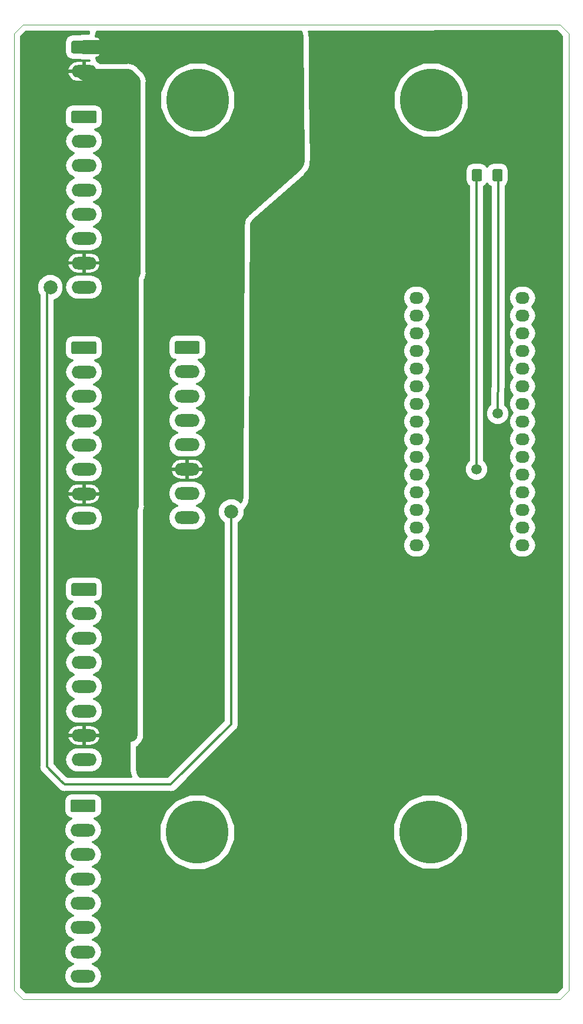
<source format=gbr>
G04 #@! TF.GenerationSoftware,KiCad,Pcbnew,(6.0.0-rc1-dev-347-gd8782b751)*
G04 #@! TF.CreationDate,2019-06-28T15:50:58+02:00*
G04 #@! TF.ProjectId,nano,6E616E6F2E6B696361645F7063620000,rev?*
G04 #@! TF.SameCoordinates,Original*
G04 #@! TF.FileFunction,Copper,L1,Top,Signal*
G04 #@! TF.FilePolarity,Positive*
%FSLAX46Y46*%
G04 Gerber Fmt 4.6, Leading zero omitted, Abs format (unit mm)*
G04 Created by KiCad (PCBNEW (6.0.0-rc1-dev-347-gd8782b751)) date 06/28/19 15:50:58*
%MOMM*%
%LPD*%
G01*
G04 APERTURE LIST*
G04 #@! TA.AperFunction,NonConductor*
%ADD10C,0.100000*%
G04 #@! TD*
G04 #@! TA.AperFunction,ComponentPad*
%ADD11O,3.600000X1.800000*%
G04 #@! TD*
G04 #@! TA.AperFunction,Conductor*
%ADD12C,0.100000*%
G04 #@! TD*
G04 #@! TA.AperFunction,ComponentPad*
%ADD13C,1.800000*%
G04 #@! TD*
G04 #@! TA.AperFunction,SMDPad,CuDef*
%ADD14C,1.425000*%
G04 #@! TD*
G04 #@! TA.AperFunction,ComponentPad*
%ADD15C,9.000000*%
G04 #@! TD*
G04 #@! TA.AperFunction,ComponentPad*
%ADD16O,2.032000X1.727200*%
G04 #@! TD*
G04 #@! TA.AperFunction,ViaPad*
%ADD17C,2.000000*%
G04 #@! TD*
G04 #@! TA.AperFunction,ViaPad*
%ADD18C,1.500000*%
G04 #@! TD*
G04 #@! TA.AperFunction,Conductor*
%ADD19C,0.350000*%
G04 #@! TD*
G04 #@! TA.AperFunction,Conductor*
%ADD20C,2.000000*%
G04 #@! TD*
G04 APERTURE END LIST*
D10*
X82804000Y-172085000D02*
X81534000Y-170815000D01*
X82804000Y-32004000D02*
X81534000Y-33274000D01*
X161353500Y-170815000D02*
X160083500Y-172085000D01*
X161353500Y-33210500D02*
X160083500Y-31940500D01*
X110746885Y-148021384D02*
G75*
G03X110746885Y-148021384I-2796885J0D01*
G01*
X144208500Y-148018500D02*
G75*
G03X144208500Y-148018500I-2794000J0D01*
G01*
X110692022Y-42874021D02*
G75*
G03X110692022Y-42874021I-2805522J0D01*
G01*
X144030668Y-42875168D02*
G75*
G03X144030668Y-42875168I-2552668J0D01*
G01*
X81534000Y-170815000D02*
X81534000Y-33274000D01*
X160083500Y-172085000D02*
X82804000Y-172085000D01*
X161353500Y-33210500D02*
X161353500Y-170815000D01*
X82804000Y-32004000D02*
X160083500Y-31940500D01*
D11*
G04 #@! TO.P,SIGNAL_SOCKET1,8*
G04 #@! TO.N,GNDS*
X91440000Y-168772000D03*
G04 #@! TO.P,SIGNAL_SOCKET1,7*
G04 #@! TO.N,5V_ISO*
X91440000Y-165272000D03*
G04 #@! TO.P,SIGNAL_SOCKET1,6*
G04 #@! TO.N,PROBE_PLATE*
X91440000Y-161772000D03*
G04 #@! TO.P,SIGNAL_SOCKET1,5*
G04 #@! TO.N,GND_SPEED*
X91440000Y-158272000D03*
G04 #@! TO.P,SIGNAL_SOCKET1,4*
G04 #@! TO.N,SIGNAL_SPEED*
X91440000Y-154772000D03*
G04 #@! TO.P,SIGNAL_SOCKET1,3*
G04 #@! TO.N,SOURCE_SPEED*
X91440000Y-151272000D03*
G04 #@! TO.P,SIGNAL_SOCKET1,2*
G04 #@! TO.N,GND_FOR*
X91440000Y-147772000D03*
D12*
G04 #@! TD*
G04 #@! TO.N,SOURCE_FOR*
G04 #@! TO.C,SIGNAL_SOCKET1*
G36*
X93014504Y-143373204D02*
X93038773Y-143376804D01*
X93062571Y-143382765D01*
X93085671Y-143391030D01*
X93107849Y-143401520D01*
X93128893Y-143414133D01*
X93148598Y-143428747D01*
X93166777Y-143445223D01*
X93183253Y-143463402D01*
X93197867Y-143483107D01*
X93210480Y-143504151D01*
X93220970Y-143526329D01*
X93229235Y-143549429D01*
X93235196Y-143573227D01*
X93238796Y-143597496D01*
X93240000Y-143622000D01*
X93240000Y-144922000D01*
X93238796Y-144946504D01*
X93235196Y-144970773D01*
X93229235Y-144994571D01*
X93220970Y-145017671D01*
X93210480Y-145039849D01*
X93197867Y-145060893D01*
X93183253Y-145080598D01*
X93166777Y-145098777D01*
X93148598Y-145115253D01*
X93128893Y-145129867D01*
X93107849Y-145142480D01*
X93085671Y-145152970D01*
X93062571Y-145161235D01*
X93038773Y-145167196D01*
X93014504Y-145170796D01*
X92990000Y-145172000D01*
X89890000Y-145172000D01*
X89865496Y-145170796D01*
X89841227Y-145167196D01*
X89817429Y-145161235D01*
X89794329Y-145152970D01*
X89772151Y-145142480D01*
X89751107Y-145129867D01*
X89731402Y-145115253D01*
X89713223Y-145098777D01*
X89696747Y-145080598D01*
X89682133Y-145060893D01*
X89669520Y-145039849D01*
X89659030Y-145017671D01*
X89650765Y-144994571D01*
X89644804Y-144970773D01*
X89641204Y-144946504D01*
X89640000Y-144922000D01*
X89640000Y-143622000D01*
X89641204Y-143597496D01*
X89644804Y-143573227D01*
X89650765Y-143549429D01*
X89659030Y-143526329D01*
X89669520Y-143504151D01*
X89682133Y-143483107D01*
X89696747Y-143463402D01*
X89713223Y-143445223D01*
X89731402Y-143428747D01*
X89751107Y-143414133D01*
X89772151Y-143401520D01*
X89794329Y-143391030D01*
X89817429Y-143382765D01*
X89841227Y-143376804D01*
X89865496Y-143373204D01*
X89890000Y-143372000D01*
X92990000Y-143372000D01*
X93014504Y-143373204D01*
X93014504Y-143373204D01*
G37*
D13*
G04 #@! TO.P,SIGNAL_SOCKET1,1*
G04 #@! TO.N,SOURCE_FOR*
X91440000Y-144272000D03*
G04 #@! TD*
D12*
G04 #@! TO.N,Net-(D1-Pad2)*
G04 #@! TO.C,D1*
G36*
X151580504Y-52720204D02*
X151604773Y-52723804D01*
X151628571Y-52729765D01*
X151651671Y-52738030D01*
X151673849Y-52748520D01*
X151694893Y-52761133D01*
X151714598Y-52775747D01*
X151732777Y-52792223D01*
X151749253Y-52810402D01*
X151763867Y-52830107D01*
X151776480Y-52851151D01*
X151786970Y-52873329D01*
X151795235Y-52896429D01*
X151801196Y-52920227D01*
X151804796Y-52944496D01*
X151806000Y-52969000D01*
X151806000Y-54219000D01*
X151804796Y-54243504D01*
X151801196Y-54267773D01*
X151795235Y-54291571D01*
X151786970Y-54314671D01*
X151776480Y-54336849D01*
X151763867Y-54357893D01*
X151749253Y-54377598D01*
X151732777Y-54395777D01*
X151714598Y-54412253D01*
X151694893Y-54426867D01*
X151673849Y-54439480D01*
X151651671Y-54449970D01*
X151628571Y-54458235D01*
X151604773Y-54464196D01*
X151580504Y-54467796D01*
X151556000Y-54469000D01*
X150631000Y-54469000D01*
X150606496Y-54467796D01*
X150582227Y-54464196D01*
X150558429Y-54458235D01*
X150535329Y-54449970D01*
X150513151Y-54439480D01*
X150492107Y-54426867D01*
X150472402Y-54412253D01*
X150454223Y-54395777D01*
X150437747Y-54377598D01*
X150423133Y-54357893D01*
X150410520Y-54336849D01*
X150400030Y-54314671D01*
X150391765Y-54291571D01*
X150385804Y-54267773D01*
X150382204Y-54243504D01*
X150381000Y-54219000D01*
X150381000Y-52969000D01*
X150382204Y-52944496D01*
X150385804Y-52920227D01*
X150391765Y-52896429D01*
X150400030Y-52873329D01*
X150410520Y-52851151D01*
X150423133Y-52830107D01*
X150437747Y-52810402D01*
X150454223Y-52792223D01*
X150472402Y-52775747D01*
X150492107Y-52761133D01*
X150513151Y-52748520D01*
X150535329Y-52738030D01*
X150558429Y-52729765D01*
X150582227Y-52723804D01*
X150606496Y-52720204D01*
X150631000Y-52719000D01*
X151556000Y-52719000D01*
X151580504Y-52720204D01*
X151580504Y-52720204D01*
G37*
D14*
G04 #@! TD*
G04 #@! TO.P,D1,2*
G04 #@! TO.N,Net-(D1-Pad2)*
X151093500Y-53594000D03*
D12*
G04 #@! TO.N,ABORT*
G04 #@! TO.C,D1*
G36*
X148605504Y-52720204D02*
X148629773Y-52723804D01*
X148653571Y-52729765D01*
X148676671Y-52738030D01*
X148698849Y-52748520D01*
X148719893Y-52761133D01*
X148739598Y-52775747D01*
X148757777Y-52792223D01*
X148774253Y-52810402D01*
X148788867Y-52830107D01*
X148801480Y-52851151D01*
X148811970Y-52873329D01*
X148820235Y-52896429D01*
X148826196Y-52920227D01*
X148829796Y-52944496D01*
X148831000Y-52969000D01*
X148831000Y-54219000D01*
X148829796Y-54243504D01*
X148826196Y-54267773D01*
X148820235Y-54291571D01*
X148811970Y-54314671D01*
X148801480Y-54336849D01*
X148788867Y-54357893D01*
X148774253Y-54377598D01*
X148757777Y-54395777D01*
X148739598Y-54412253D01*
X148719893Y-54426867D01*
X148698849Y-54439480D01*
X148676671Y-54449970D01*
X148653571Y-54458235D01*
X148629773Y-54464196D01*
X148605504Y-54467796D01*
X148581000Y-54469000D01*
X147656000Y-54469000D01*
X147631496Y-54467796D01*
X147607227Y-54464196D01*
X147583429Y-54458235D01*
X147560329Y-54449970D01*
X147538151Y-54439480D01*
X147517107Y-54426867D01*
X147497402Y-54412253D01*
X147479223Y-54395777D01*
X147462747Y-54377598D01*
X147448133Y-54357893D01*
X147435520Y-54336849D01*
X147425030Y-54314671D01*
X147416765Y-54291571D01*
X147410804Y-54267773D01*
X147407204Y-54243504D01*
X147406000Y-54219000D01*
X147406000Y-52969000D01*
X147407204Y-52944496D01*
X147410804Y-52920227D01*
X147416765Y-52896429D01*
X147425030Y-52873329D01*
X147435520Y-52851151D01*
X147448133Y-52830107D01*
X147462747Y-52810402D01*
X147479223Y-52792223D01*
X147497402Y-52775747D01*
X147517107Y-52761133D01*
X147538151Y-52748520D01*
X147560329Y-52738030D01*
X147583429Y-52729765D01*
X147607227Y-52723804D01*
X147631496Y-52720204D01*
X147656000Y-52719000D01*
X148581000Y-52719000D01*
X148605504Y-52720204D01*
X148605504Y-52720204D01*
G37*
D14*
G04 #@! TD*
G04 #@! TO.P,D1,1*
G04 #@! TO.N,ABORT*
X148118500Y-53594000D03*
D11*
G04 #@! TO.P,Z_PLUG_SOCKET1,8*
G04 #@! TO.N,LIM_Z_IN*
X91567000Y-137657000D03*
G04 #@! TO.P,Z_PLUG_SOCKET1,7*
G04 #@! TO.N,GNDPWR*
X91567000Y-134157000D03*
G04 #@! TO.P,Z_PLUG_SOCKET1,6*
G04 #@! TO.N,+36V*
X91567000Y-130657000D03*
G04 #@! TO.P,Z_PLUG_SOCKET1,5*
G04 #@! TO.N,ALARM_IN*
X91567000Y-127157000D03*
G04 #@! TO.P,Z_PLUG_SOCKET1,4*
G04 #@! TO.N,GNDS*
X91567000Y-123657000D03*
G04 #@! TO.P,Z_PLUG_SOCKET1,3*
G04 #@! TO.N,DIR_Z_OUT*
X91567000Y-120157000D03*
G04 #@! TO.P,Z_PLUG_SOCKET1,2*
G04 #@! TO.N,GNDS*
X91567000Y-116657000D03*
D12*
G04 #@! TD*
G04 #@! TO.N,PUL_Z_OUT*
G04 #@! TO.C,Z_PLUG_SOCKET1*
G36*
X93141504Y-112258204D02*
X93165773Y-112261804D01*
X93189571Y-112267765D01*
X93212671Y-112276030D01*
X93234849Y-112286520D01*
X93255893Y-112299133D01*
X93275598Y-112313747D01*
X93293777Y-112330223D01*
X93310253Y-112348402D01*
X93324867Y-112368107D01*
X93337480Y-112389151D01*
X93347970Y-112411329D01*
X93356235Y-112434429D01*
X93362196Y-112458227D01*
X93365796Y-112482496D01*
X93367000Y-112507000D01*
X93367000Y-113807000D01*
X93365796Y-113831504D01*
X93362196Y-113855773D01*
X93356235Y-113879571D01*
X93347970Y-113902671D01*
X93337480Y-113924849D01*
X93324867Y-113945893D01*
X93310253Y-113965598D01*
X93293777Y-113983777D01*
X93275598Y-114000253D01*
X93255893Y-114014867D01*
X93234849Y-114027480D01*
X93212671Y-114037970D01*
X93189571Y-114046235D01*
X93165773Y-114052196D01*
X93141504Y-114055796D01*
X93117000Y-114057000D01*
X90017000Y-114057000D01*
X89992496Y-114055796D01*
X89968227Y-114052196D01*
X89944429Y-114046235D01*
X89921329Y-114037970D01*
X89899151Y-114027480D01*
X89878107Y-114014867D01*
X89858402Y-114000253D01*
X89840223Y-113983777D01*
X89823747Y-113965598D01*
X89809133Y-113945893D01*
X89796520Y-113924849D01*
X89786030Y-113902671D01*
X89777765Y-113879571D01*
X89771804Y-113855773D01*
X89768204Y-113831504D01*
X89767000Y-113807000D01*
X89767000Y-112507000D01*
X89768204Y-112482496D01*
X89771804Y-112458227D01*
X89777765Y-112434429D01*
X89786030Y-112411329D01*
X89796520Y-112389151D01*
X89809133Y-112368107D01*
X89823747Y-112348402D01*
X89840223Y-112330223D01*
X89858402Y-112313747D01*
X89878107Y-112299133D01*
X89899151Y-112286520D01*
X89921329Y-112276030D01*
X89944429Y-112267765D01*
X89968227Y-112261804D01*
X89992496Y-112258204D01*
X90017000Y-112257000D01*
X93117000Y-112257000D01*
X93141504Y-112258204D01*
X93141504Y-112258204D01*
G37*
D13*
G04 #@! TO.P,Z_PLUG_SOCKET1,1*
G04 #@! TO.N,PUL_Z_OUT*
X91567000Y-113157000D03*
G04 #@! TD*
D11*
G04 #@! TO.P,PWR_IN1,2*
G04 #@! TO.N,GNDPWR*
X91567000Y-38679000D03*
D12*
G04 #@! TD*
G04 #@! TO.N,+36V*
G04 #@! TO.C,PWR_IN1*
G36*
X93141504Y-34280204D02*
X93165773Y-34283804D01*
X93189571Y-34289765D01*
X93212671Y-34298030D01*
X93234849Y-34308520D01*
X93255893Y-34321133D01*
X93275598Y-34335747D01*
X93293777Y-34352223D01*
X93310253Y-34370402D01*
X93324867Y-34390107D01*
X93337480Y-34411151D01*
X93347970Y-34433329D01*
X93356235Y-34456429D01*
X93362196Y-34480227D01*
X93365796Y-34504496D01*
X93367000Y-34529000D01*
X93367000Y-35829000D01*
X93365796Y-35853504D01*
X93362196Y-35877773D01*
X93356235Y-35901571D01*
X93347970Y-35924671D01*
X93337480Y-35946849D01*
X93324867Y-35967893D01*
X93310253Y-35987598D01*
X93293777Y-36005777D01*
X93275598Y-36022253D01*
X93255893Y-36036867D01*
X93234849Y-36049480D01*
X93212671Y-36059970D01*
X93189571Y-36068235D01*
X93165773Y-36074196D01*
X93141504Y-36077796D01*
X93117000Y-36079000D01*
X90017000Y-36079000D01*
X89992496Y-36077796D01*
X89968227Y-36074196D01*
X89944429Y-36068235D01*
X89921329Y-36059970D01*
X89899151Y-36049480D01*
X89878107Y-36036867D01*
X89858402Y-36022253D01*
X89840223Y-36005777D01*
X89823747Y-35987598D01*
X89809133Y-35967893D01*
X89796520Y-35946849D01*
X89786030Y-35924671D01*
X89777765Y-35901571D01*
X89771804Y-35877773D01*
X89768204Y-35853504D01*
X89767000Y-35829000D01*
X89767000Y-34529000D01*
X89768204Y-34504496D01*
X89771804Y-34480227D01*
X89777765Y-34456429D01*
X89786030Y-34433329D01*
X89796520Y-34411151D01*
X89809133Y-34390107D01*
X89823747Y-34370402D01*
X89840223Y-34352223D01*
X89858402Y-34335747D01*
X89878107Y-34321133D01*
X89899151Y-34308520D01*
X89921329Y-34298030D01*
X89944429Y-34289765D01*
X89968227Y-34283804D01*
X89992496Y-34280204D01*
X90017000Y-34279000D01*
X93117000Y-34279000D01*
X93141504Y-34280204D01*
X93141504Y-34280204D01*
G37*
D13*
G04 #@! TO.P,PWR_IN1,1*
G04 #@! TO.N,+36V*
X91567000Y-35179000D03*
G04 #@! TD*
D11*
G04 #@! TO.P,Y2_PLUG_SOCKET1,8*
G04 #@! TO.N,LIM_Y_IN*
X106426000Y-102859000D03*
G04 #@! TO.P,Y2_PLUG_SOCKET1,7*
G04 #@! TO.N,GNDPWR*
X106426000Y-99359000D03*
G04 #@! TO.P,Y2_PLUG_SOCKET1,6*
G04 #@! TO.N,+36V*
X106426000Y-95859000D03*
G04 #@! TO.P,Y2_PLUG_SOCKET1,5*
G04 #@! TO.N,ALARM_IN*
X106426000Y-92359000D03*
G04 #@! TO.P,Y2_PLUG_SOCKET1,4*
G04 #@! TO.N,GNDS*
X106426000Y-88859000D03*
G04 #@! TO.P,Y2_PLUG_SOCKET1,3*
G04 #@! TO.N,DIR_Y_OUT*
X106426000Y-85359000D03*
G04 #@! TO.P,Y2_PLUG_SOCKET1,2*
G04 #@! TO.N,GNDS*
X106426000Y-81859000D03*
D12*
G04 #@! TD*
G04 #@! TO.N,PUL_Y_OUT*
G04 #@! TO.C,Y2_PLUG_SOCKET1*
G36*
X108000504Y-77460204D02*
X108024773Y-77463804D01*
X108048571Y-77469765D01*
X108071671Y-77478030D01*
X108093849Y-77488520D01*
X108114893Y-77501133D01*
X108134598Y-77515747D01*
X108152777Y-77532223D01*
X108169253Y-77550402D01*
X108183867Y-77570107D01*
X108196480Y-77591151D01*
X108206970Y-77613329D01*
X108215235Y-77636429D01*
X108221196Y-77660227D01*
X108224796Y-77684496D01*
X108226000Y-77709000D01*
X108226000Y-79009000D01*
X108224796Y-79033504D01*
X108221196Y-79057773D01*
X108215235Y-79081571D01*
X108206970Y-79104671D01*
X108196480Y-79126849D01*
X108183867Y-79147893D01*
X108169253Y-79167598D01*
X108152777Y-79185777D01*
X108134598Y-79202253D01*
X108114893Y-79216867D01*
X108093849Y-79229480D01*
X108071671Y-79239970D01*
X108048571Y-79248235D01*
X108024773Y-79254196D01*
X108000504Y-79257796D01*
X107976000Y-79259000D01*
X104876000Y-79259000D01*
X104851496Y-79257796D01*
X104827227Y-79254196D01*
X104803429Y-79248235D01*
X104780329Y-79239970D01*
X104758151Y-79229480D01*
X104737107Y-79216867D01*
X104717402Y-79202253D01*
X104699223Y-79185777D01*
X104682747Y-79167598D01*
X104668133Y-79147893D01*
X104655520Y-79126849D01*
X104645030Y-79104671D01*
X104636765Y-79081571D01*
X104630804Y-79057773D01*
X104627204Y-79033504D01*
X104626000Y-79009000D01*
X104626000Y-77709000D01*
X104627204Y-77684496D01*
X104630804Y-77660227D01*
X104636765Y-77636429D01*
X104645030Y-77613329D01*
X104655520Y-77591151D01*
X104668133Y-77570107D01*
X104682747Y-77550402D01*
X104699223Y-77532223D01*
X104717402Y-77515747D01*
X104737107Y-77501133D01*
X104758151Y-77488520D01*
X104780329Y-77478030D01*
X104803429Y-77469765D01*
X104827227Y-77463804D01*
X104851496Y-77460204D01*
X104876000Y-77459000D01*
X107976000Y-77459000D01*
X108000504Y-77460204D01*
X108000504Y-77460204D01*
G37*
D13*
G04 #@! TO.P,Y2_PLUG_SOCKET1,1*
G04 #@! TO.N,PUL_Y_OUT*
X106426000Y-78359000D03*
G04 #@! TD*
D11*
G04 #@! TO.P,Y1_PLUG_SOCKET1,8*
G04 #@! TO.N,LIM_Y_IN*
X91567000Y-102910278D03*
G04 #@! TO.P,Y1_PLUG_SOCKET1,7*
G04 #@! TO.N,GNDPWR*
X91567000Y-99410278D03*
G04 #@! TO.P,Y1_PLUG_SOCKET1,6*
G04 #@! TO.N,+36V*
X91567000Y-95910278D03*
G04 #@! TO.P,Y1_PLUG_SOCKET1,5*
G04 #@! TO.N,ALARM_IN*
X91567000Y-92410278D03*
G04 #@! TO.P,Y1_PLUG_SOCKET1,4*
G04 #@! TO.N,GNDS*
X91567000Y-88910278D03*
G04 #@! TO.P,Y1_PLUG_SOCKET1,3*
G04 #@! TO.N,DIR_Y_OUT*
X91567000Y-85410278D03*
G04 #@! TO.P,Y1_PLUG_SOCKET1,2*
G04 #@! TO.N,GNDS*
X91567000Y-81910278D03*
D12*
G04 #@! TD*
G04 #@! TO.N,PUL_Y_OUT*
G04 #@! TO.C,Y1_PLUG_SOCKET1*
G36*
X93141504Y-77511482D02*
X93165773Y-77515082D01*
X93189571Y-77521043D01*
X93212671Y-77529308D01*
X93234849Y-77539798D01*
X93255893Y-77552411D01*
X93275598Y-77567025D01*
X93293777Y-77583501D01*
X93310253Y-77601680D01*
X93324867Y-77621385D01*
X93337480Y-77642429D01*
X93347970Y-77664607D01*
X93356235Y-77687707D01*
X93362196Y-77711505D01*
X93365796Y-77735774D01*
X93367000Y-77760278D01*
X93367000Y-79060278D01*
X93365796Y-79084782D01*
X93362196Y-79109051D01*
X93356235Y-79132849D01*
X93347970Y-79155949D01*
X93337480Y-79178127D01*
X93324867Y-79199171D01*
X93310253Y-79218876D01*
X93293777Y-79237055D01*
X93275598Y-79253531D01*
X93255893Y-79268145D01*
X93234849Y-79280758D01*
X93212671Y-79291248D01*
X93189571Y-79299513D01*
X93165773Y-79305474D01*
X93141504Y-79309074D01*
X93117000Y-79310278D01*
X90017000Y-79310278D01*
X89992496Y-79309074D01*
X89968227Y-79305474D01*
X89944429Y-79299513D01*
X89921329Y-79291248D01*
X89899151Y-79280758D01*
X89878107Y-79268145D01*
X89858402Y-79253531D01*
X89840223Y-79237055D01*
X89823747Y-79218876D01*
X89809133Y-79199171D01*
X89796520Y-79178127D01*
X89786030Y-79155949D01*
X89777765Y-79132849D01*
X89771804Y-79109051D01*
X89768204Y-79084782D01*
X89767000Y-79060278D01*
X89767000Y-77760278D01*
X89768204Y-77735774D01*
X89771804Y-77711505D01*
X89777765Y-77687707D01*
X89786030Y-77664607D01*
X89796520Y-77642429D01*
X89809133Y-77621385D01*
X89823747Y-77601680D01*
X89840223Y-77583501D01*
X89858402Y-77567025D01*
X89878107Y-77552411D01*
X89899151Y-77539798D01*
X89921329Y-77529308D01*
X89944429Y-77521043D01*
X89968227Y-77515082D01*
X89992496Y-77511482D01*
X90017000Y-77510278D01*
X93117000Y-77510278D01*
X93141504Y-77511482D01*
X93141504Y-77511482D01*
G37*
D13*
G04 #@! TO.P,Y1_PLUG_SOCKET1,1*
G04 #@! TO.N,PUL_Y_OUT*
X91567000Y-78410278D03*
G04 #@! TD*
D11*
G04 #@! TO.P,X_PLUG_SOCKET1,8*
G04 #@! TO.N,LIM_X_IN*
X91567000Y-69712000D03*
G04 #@! TO.P,X_PLUG_SOCKET1,7*
G04 #@! TO.N,GNDPWR*
X91567000Y-66212000D03*
G04 #@! TO.P,X_PLUG_SOCKET1,6*
G04 #@! TO.N,+36V*
X91567000Y-62712000D03*
G04 #@! TO.P,X_PLUG_SOCKET1,5*
G04 #@! TO.N,ALARM_IN*
X91567000Y-59212000D03*
G04 #@! TO.P,X_PLUG_SOCKET1,4*
G04 #@! TO.N,GNDS*
X91567000Y-55712000D03*
G04 #@! TO.P,X_PLUG_SOCKET1,3*
G04 #@! TO.N,DIR_X_OUT*
X91567000Y-52212000D03*
G04 #@! TO.P,X_PLUG_SOCKET1,2*
G04 #@! TO.N,GNDS*
X91567000Y-48712000D03*
D12*
G04 #@! TD*
G04 #@! TO.N,PUL_X_OUT*
G04 #@! TO.C,X_PLUG_SOCKET1*
G36*
X93141504Y-44313204D02*
X93165773Y-44316804D01*
X93189571Y-44322765D01*
X93212671Y-44331030D01*
X93234849Y-44341520D01*
X93255893Y-44354133D01*
X93275598Y-44368747D01*
X93293777Y-44385223D01*
X93310253Y-44403402D01*
X93324867Y-44423107D01*
X93337480Y-44444151D01*
X93347970Y-44466329D01*
X93356235Y-44489429D01*
X93362196Y-44513227D01*
X93365796Y-44537496D01*
X93367000Y-44562000D01*
X93367000Y-45862000D01*
X93365796Y-45886504D01*
X93362196Y-45910773D01*
X93356235Y-45934571D01*
X93347970Y-45957671D01*
X93337480Y-45979849D01*
X93324867Y-46000893D01*
X93310253Y-46020598D01*
X93293777Y-46038777D01*
X93275598Y-46055253D01*
X93255893Y-46069867D01*
X93234849Y-46082480D01*
X93212671Y-46092970D01*
X93189571Y-46101235D01*
X93165773Y-46107196D01*
X93141504Y-46110796D01*
X93117000Y-46112000D01*
X90017000Y-46112000D01*
X89992496Y-46110796D01*
X89968227Y-46107196D01*
X89944429Y-46101235D01*
X89921329Y-46092970D01*
X89899151Y-46082480D01*
X89878107Y-46069867D01*
X89858402Y-46055253D01*
X89840223Y-46038777D01*
X89823747Y-46020598D01*
X89809133Y-46000893D01*
X89796520Y-45979849D01*
X89786030Y-45957671D01*
X89777765Y-45934571D01*
X89771804Y-45910773D01*
X89768204Y-45886504D01*
X89767000Y-45862000D01*
X89767000Y-44562000D01*
X89768204Y-44537496D01*
X89771804Y-44513227D01*
X89777765Y-44489429D01*
X89786030Y-44466329D01*
X89796520Y-44444151D01*
X89809133Y-44423107D01*
X89823747Y-44403402D01*
X89840223Y-44385223D01*
X89858402Y-44368747D01*
X89878107Y-44354133D01*
X89899151Y-44341520D01*
X89921329Y-44331030D01*
X89944429Y-44322765D01*
X89968227Y-44316804D01*
X89992496Y-44313204D01*
X90017000Y-44312000D01*
X93117000Y-44312000D01*
X93141504Y-44313204D01*
X93141504Y-44313204D01*
G37*
D13*
G04 #@! TO.P,X_PLUG_SOCKET1,1*
G04 #@! TO.N,PUL_X_OUT*
X91567000Y-45212000D03*
G04 #@! TD*
D15*
G04 #@! TO.P,MH4,1*
G04 #@! TO.N,N/C*
X107886500Y-148082000D03*
G04 #@! TD*
G04 #@! TO.P,MH3,1*
G04 #@! TO.N,N/C*
X141478000Y-148018500D03*
G04 #@! TD*
G04 #@! TO.P,MH2,1*
G04 #@! TO.N,N/C*
X107950000Y-42799000D03*
G04 #@! TD*
G04 #@! TO.P,MH1,1*
G04 #@! TO.N,N/C*
X141541500Y-42799000D03*
G04 #@! TD*
D16*
G04 #@! TO.P,P1,1*
G04 #@! TO.N,N/C*
X139446000Y-71247000D03*
G04 #@! TO.P,P1,2*
X139446000Y-73787000D03*
G04 #@! TO.P,P1,3*
G04 #@! TO.N,/Reset*
X139446000Y-76327000D03*
G04 #@! TO.P,P1,4*
G04 #@! TO.N,GND*
X139446000Y-78867000D03*
G04 #@! TO.P,P1,5*
G04 #@! TO.N,PUL_X*
X139446000Y-81407000D03*
G04 #@! TO.P,P1,6*
G04 #@! TO.N,PUL_Y*
X139446000Y-83947000D03*
G04 #@! TO.P,P1,7*
G04 #@! TO.N,PUL_Z*
X139446000Y-86487000D03*
G04 #@! TO.P,P1,8*
G04 #@! TO.N,DIR_X*
X139446000Y-89027000D03*
G04 #@! TO.P,P1,9*
G04 #@! TO.N,DIR_Y*
X139446000Y-91567000D03*
G04 #@! TO.P,P1,10*
G04 #@! TO.N,DIR_Z*
X139446000Y-94107000D03*
G04 #@! TO.P,P1,11*
G04 #@! TO.N,N/C*
X139446000Y-96647000D03*
G04 #@! TO.P,P1,12*
G04 #@! TO.N,LIM_X*
X139446000Y-99187000D03*
G04 #@! TO.P,P1,13*
G04 #@! TO.N,LIM_Y*
X139446000Y-101727000D03*
G04 #@! TO.P,P1,14*
G04 #@! TO.N,SPINDLE_PWM*
X139446000Y-104267000D03*
G04 #@! TO.P,P1,15*
G04 #@! TO.N,LIM_Z*
X139446000Y-106807000D03*
G04 #@! TD*
G04 #@! TO.P,P2,1*
G04 #@! TO.N,N/C*
X154686000Y-71247000D03*
G04 #@! TO.P,P2,2*
G04 #@! TO.N,GND*
X154686000Y-73787000D03*
G04 #@! TO.P,P2,3*
G04 #@! TO.N,/Reset*
X154686000Y-76327000D03*
G04 #@! TO.P,P2,4*
G04 #@! TO.N,+5V*
X154686000Y-78867000D03*
G04 #@! TO.P,P2,5*
G04 #@! TO.N,N/C*
X154686000Y-81407000D03*
G04 #@! TO.P,P2,6*
X154686000Y-83947000D03*
G04 #@! TO.P,P2,7*
G04 #@! TO.N,PROBE*
X154686000Y-86487000D03*
G04 #@! TO.P,P2,8*
G04 #@! TO.N,N/C*
X154686000Y-89027000D03*
G04 #@! TO.P,P2,9*
X154686000Y-91567000D03*
G04 #@! TO.P,P2,10*
X154686000Y-94107000D03*
G04 #@! TO.P,P2,11*
X154686000Y-96647000D03*
G04 #@! TO.P,P2,12*
G04 #@! TO.N,ABORT*
X154686000Y-99187000D03*
G04 #@! TO.P,P2,13*
G04 #@! TO.N,N/C*
X154686000Y-101727000D03*
G04 #@! TO.P,P2,14*
X154686000Y-104267000D03*
G04 #@! TO.P,P2,15*
G04 #@! TO.N,SPINDLE_EN*
X154686000Y-106807000D03*
G04 #@! TD*
D17*
G04 #@! TO.N,GNDPWR*
X98679000Y-66167000D03*
X98298000Y-99441000D03*
X98298000Y-134112000D03*
X97790000Y-40767000D03*
G04 #@! TO.N,+36V*
X101346000Y-96012000D03*
X97917000Y-35179000D03*
X101473000Y-62738000D03*
X101346000Y-130683000D03*
D18*
G04 #@! TO.N,ABORT*
X148082000Y-95885000D03*
D17*
G04 #@! TO.N,LIM_X_IN*
X112776000Y-101981000D03*
X86741000Y-69723000D03*
D18*
G04 #@! TO.N,Net-(D1-Pad2)*
X151130000Y-87884000D03*
G04 #@! TD*
D19*
G04 #@! TO.N,GND*
X154686000Y-73787000D02*
X154533600Y-73787000D01*
D20*
G04 #@! TO.N,GNDPWR*
X98044000Y-40767000D02*
X98679000Y-40132000D01*
X97790000Y-40767000D02*
X98044000Y-40767000D01*
X92202000Y-38989000D02*
X91567000Y-38989000D01*
X92583000Y-39370000D02*
X92202000Y-38989000D01*
X98679000Y-40132000D02*
X97917000Y-39370000D01*
X97917000Y-39370000D02*
X92583000Y-39370000D01*
X98679000Y-67691000D02*
X98425000Y-67945000D01*
X98679000Y-40132000D02*
X98679000Y-67691000D01*
X98425000Y-67945000D02*
X98425000Y-101219000D01*
X98425000Y-101219000D02*
X98298000Y-101346000D01*
X98298000Y-101346000D02*
X98298000Y-133985000D01*
G04 #@! TO.N,+36V*
X91567000Y-35179000D02*
X97917000Y-35179000D01*
X101346000Y-128905000D02*
X101346000Y-130683000D01*
X101346000Y-128905000D02*
X101346000Y-130302000D01*
X100584000Y-35179000D02*
X101473000Y-36068000D01*
X97917000Y-35179000D02*
X100584000Y-35179000D01*
X101473000Y-36068000D02*
X101473000Y-97282000D01*
X101346000Y-97409000D02*
X101346000Y-128905000D01*
X101473000Y-97282000D02*
X101346000Y-97409000D01*
D19*
G04 #@! TO.N,ABORT*
X148082000Y-53757500D02*
X148245500Y-53594000D01*
X148082000Y-53630500D02*
X148118500Y-53594000D01*
X148082000Y-95885000D02*
X148082000Y-53630500D01*
G04 #@! TO.N,LIM_X_IN*
X88138000Y-140589000D02*
X87756994Y-140207994D01*
X86223011Y-69732989D02*
X86233000Y-69723000D01*
X88138000Y-140589000D02*
X86223011Y-138674011D01*
X86223011Y-138674011D02*
X86223011Y-69732989D01*
X88773000Y-141224000D02*
X88138000Y-140589000D01*
X104076500Y-141224000D02*
X88773000Y-141224000D01*
X112776000Y-101981000D02*
X112776000Y-132524500D01*
X112776000Y-132524500D02*
X104076500Y-141224000D01*
G04 #@! TO.N,Net-(D1-Pad2)*
X151166500Y-81751500D02*
X151166500Y-53594000D01*
X151130000Y-87884000D02*
X151166500Y-81751500D01*
G04 #@! TD*
G04 #@! TO.N,+36V*
G36*
X122902523Y-33201049D02*
X122969848Y-33681106D01*
X123133485Y-51462994D01*
X123062640Y-51989973D01*
X122851312Y-52464075D01*
X122506754Y-52869040D01*
X115239167Y-59281615D01*
X115221900Y-59299160D01*
X114857304Y-59725897D01*
X114830957Y-59767344D01*
X114599293Y-60278583D01*
X114585500Y-60325718D01*
X114505013Y-60881197D01*
X114503205Y-60905748D01*
X114382233Y-99798312D01*
X114288078Y-100378003D01*
X114154310Y-100636949D01*
X113866425Y-100349064D01*
X113158906Y-100056000D01*
X112393094Y-100056000D01*
X111685575Y-100349064D01*
X111144064Y-100890575D01*
X110851000Y-101598094D01*
X110851000Y-102363906D01*
X111144064Y-103071425D01*
X111676000Y-103603361D01*
X111676001Y-132068864D01*
X103620866Y-140124000D01*
X99598809Y-140124000D01*
X99453761Y-139933109D01*
X99273436Y-139490638D01*
X99212804Y-139004986D01*
X99235789Y-135807160D01*
X99388425Y-135743936D01*
X99929936Y-135202425D01*
X100223000Y-134494906D01*
X100223000Y-101993009D01*
X100238309Y-101970097D01*
X100350000Y-101408590D01*
X100350000Y-101408586D01*
X100387711Y-101219001D01*
X100350000Y-101029415D01*
X100350000Y-99359000D01*
X103665247Y-99359000D01*
X103806888Y-100071079D01*
X104210249Y-100674751D01*
X104813921Y-101078112D01*
X104969206Y-101109000D01*
X104813921Y-101139888D01*
X104210249Y-101543249D01*
X103806888Y-102146921D01*
X103665247Y-102859000D01*
X103806888Y-103571079D01*
X104210249Y-104174751D01*
X104813921Y-104578112D01*
X105346257Y-104684000D01*
X107505743Y-104684000D01*
X108038079Y-104578112D01*
X108641751Y-104174751D01*
X109045112Y-103571079D01*
X109186753Y-102859000D01*
X109045112Y-102146921D01*
X108641751Y-101543249D01*
X108038079Y-101139888D01*
X107882794Y-101109000D01*
X108038079Y-101078112D01*
X108641751Y-100674751D01*
X109045112Y-100071079D01*
X109186753Y-99359000D01*
X109045112Y-98646921D01*
X108641751Y-98043249D01*
X108038079Y-97639888D01*
X107505743Y-97534000D01*
X105346257Y-97534000D01*
X104813921Y-97639888D01*
X104210249Y-98043249D01*
X103806888Y-98646921D01*
X103665247Y-99359000D01*
X100350000Y-99359000D01*
X100350000Y-96171351D01*
X104033330Y-96171351D01*
X104088382Y-96373301D01*
X104394629Y-96884305D01*
X104873117Y-97239215D01*
X105451000Y-97384000D01*
X106351000Y-97384000D01*
X106351000Y-95934000D01*
X106501000Y-95934000D01*
X106501000Y-97384000D01*
X107401000Y-97384000D01*
X107978883Y-97239215D01*
X108457371Y-96884305D01*
X108763618Y-96373301D01*
X108818670Y-96171351D01*
X108692694Y-95934000D01*
X106501000Y-95934000D01*
X106351000Y-95934000D01*
X104159306Y-95934000D01*
X104033330Y-96171351D01*
X100350000Y-96171351D01*
X100350000Y-95546649D01*
X104033330Y-95546649D01*
X104159306Y-95784000D01*
X106351000Y-95784000D01*
X106351000Y-94334000D01*
X106501000Y-94334000D01*
X106501000Y-95784000D01*
X108692694Y-95784000D01*
X108818670Y-95546649D01*
X108763618Y-95344699D01*
X108457371Y-94833695D01*
X107978883Y-94478785D01*
X107401000Y-94334000D01*
X106501000Y-94334000D01*
X106351000Y-94334000D01*
X105451000Y-94334000D01*
X104873117Y-94478785D01*
X104394629Y-94833695D01*
X104088382Y-95344699D01*
X104033330Y-95546649D01*
X100350000Y-95546649D01*
X100350000Y-81859000D01*
X103665247Y-81859000D01*
X103806888Y-82571079D01*
X104210249Y-83174751D01*
X104813921Y-83578112D01*
X104969206Y-83609000D01*
X104813921Y-83639888D01*
X104210249Y-84043249D01*
X103806888Y-84646921D01*
X103665247Y-85359000D01*
X103806888Y-86071079D01*
X104210249Y-86674751D01*
X104813921Y-87078112D01*
X104969206Y-87109000D01*
X104813921Y-87139888D01*
X104210249Y-87543249D01*
X103806888Y-88146921D01*
X103665247Y-88859000D01*
X103806888Y-89571079D01*
X104210249Y-90174751D01*
X104813921Y-90578112D01*
X104969206Y-90609000D01*
X104813921Y-90639888D01*
X104210249Y-91043249D01*
X103806888Y-91646921D01*
X103665247Y-92359000D01*
X103806888Y-93071079D01*
X104210249Y-93674751D01*
X104813921Y-94078112D01*
X105346257Y-94184000D01*
X107505743Y-94184000D01*
X108038079Y-94078112D01*
X108641751Y-93674751D01*
X109045112Y-93071079D01*
X109186753Y-92359000D01*
X109045112Y-91646921D01*
X108641751Y-91043249D01*
X108038079Y-90639888D01*
X107882794Y-90609000D01*
X108038079Y-90578112D01*
X108641751Y-90174751D01*
X109045112Y-89571079D01*
X109186753Y-88859000D01*
X109045112Y-88146921D01*
X108641751Y-87543249D01*
X108038079Y-87139888D01*
X107882794Y-87109000D01*
X108038079Y-87078112D01*
X108641751Y-86674751D01*
X109045112Y-86071079D01*
X109186753Y-85359000D01*
X109045112Y-84646921D01*
X108641751Y-84043249D01*
X108038079Y-83639888D01*
X107882794Y-83609000D01*
X108038079Y-83578112D01*
X108641751Y-83174751D01*
X109045112Y-82571079D01*
X109186753Y-81859000D01*
X109045112Y-81146921D01*
X108641751Y-80543249D01*
X108095610Y-80178329D01*
X108432588Y-80111300D01*
X108819664Y-79852664D01*
X109078300Y-79465588D01*
X109169121Y-79009000D01*
X109169121Y-77709000D01*
X109078300Y-77252412D01*
X108819664Y-76865336D01*
X108432588Y-76606700D01*
X107976000Y-76515879D01*
X104876000Y-76515879D01*
X104419412Y-76606700D01*
X104032336Y-76865336D01*
X103773700Y-77252412D01*
X103682879Y-77709000D01*
X103682879Y-79009000D01*
X103773700Y-79465588D01*
X104032336Y-79852664D01*
X104419412Y-80111300D01*
X104756390Y-80178329D01*
X104210249Y-80543249D01*
X103806888Y-81146921D01*
X103665247Y-81859000D01*
X100350000Y-81859000D01*
X100350000Y-68655078D01*
X100492309Y-68442097D01*
X100604000Y-67880590D01*
X100604000Y-67880586D01*
X100641711Y-67691001D01*
X100604000Y-67501415D01*
X100604000Y-41719900D01*
X102525000Y-41719900D01*
X102525000Y-43878100D01*
X103350907Y-45872016D01*
X104876984Y-47398093D01*
X106870900Y-48224000D01*
X109029100Y-48224000D01*
X111023016Y-47398093D01*
X112549093Y-45872016D01*
X113375000Y-43878100D01*
X113375000Y-41719900D01*
X112549093Y-39725984D01*
X111023016Y-38199907D01*
X109029100Y-37374000D01*
X106870900Y-37374000D01*
X104876984Y-38199907D01*
X103350907Y-39725984D01*
X102525000Y-41719900D01*
X100604000Y-41719900D01*
X100604000Y-40321590D01*
X100641712Y-40132000D01*
X100492309Y-39380902D01*
X100230448Y-38989000D01*
X100066847Y-38744153D01*
X99906117Y-38636757D01*
X99412243Y-38142883D01*
X99304847Y-37982153D01*
X98668097Y-37556691D01*
X98106590Y-37445000D01*
X98106589Y-37445000D01*
X97917000Y-37407288D01*
X97727411Y-37445000D01*
X93837375Y-37445000D01*
X93782751Y-37363249D01*
X93461373Y-37148511D01*
X93452705Y-37131559D01*
X93379303Y-36704000D01*
X93491320Y-36704000D01*
X93721034Y-36608849D01*
X93896850Y-36433034D01*
X93992000Y-36203320D01*
X93992000Y-35410250D01*
X93835750Y-35254000D01*
X93332712Y-35254000D01*
X93329909Y-35104000D01*
X93835750Y-35104000D01*
X93992000Y-34947750D01*
X93992000Y-34154680D01*
X93896850Y-33924966D01*
X93721034Y-33749151D01*
X93491320Y-33654000D01*
X93313205Y-33654000D01*
X93360276Y-33242043D01*
X93468424Y-32970237D01*
X122794869Y-32946140D01*
X122902523Y-33201049D01*
X122902523Y-33201049D01*
G37*
X122902523Y-33201049D02*
X122969848Y-33681106D01*
X123133485Y-51462994D01*
X123062640Y-51989973D01*
X122851312Y-52464075D01*
X122506754Y-52869040D01*
X115239167Y-59281615D01*
X115221900Y-59299160D01*
X114857304Y-59725897D01*
X114830957Y-59767344D01*
X114599293Y-60278583D01*
X114585500Y-60325718D01*
X114505013Y-60881197D01*
X114503205Y-60905748D01*
X114382233Y-99798312D01*
X114288078Y-100378003D01*
X114154310Y-100636949D01*
X113866425Y-100349064D01*
X113158906Y-100056000D01*
X112393094Y-100056000D01*
X111685575Y-100349064D01*
X111144064Y-100890575D01*
X110851000Y-101598094D01*
X110851000Y-102363906D01*
X111144064Y-103071425D01*
X111676000Y-103603361D01*
X111676001Y-132068864D01*
X103620866Y-140124000D01*
X99598809Y-140124000D01*
X99453761Y-139933109D01*
X99273436Y-139490638D01*
X99212804Y-139004986D01*
X99235789Y-135807160D01*
X99388425Y-135743936D01*
X99929936Y-135202425D01*
X100223000Y-134494906D01*
X100223000Y-101993009D01*
X100238309Y-101970097D01*
X100350000Y-101408590D01*
X100350000Y-101408586D01*
X100387711Y-101219001D01*
X100350000Y-101029415D01*
X100350000Y-99359000D01*
X103665247Y-99359000D01*
X103806888Y-100071079D01*
X104210249Y-100674751D01*
X104813921Y-101078112D01*
X104969206Y-101109000D01*
X104813921Y-101139888D01*
X104210249Y-101543249D01*
X103806888Y-102146921D01*
X103665247Y-102859000D01*
X103806888Y-103571079D01*
X104210249Y-104174751D01*
X104813921Y-104578112D01*
X105346257Y-104684000D01*
X107505743Y-104684000D01*
X108038079Y-104578112D01*
X108641751Y-104174751D01*
X109045112Y-103571079D01*
X109186753Y-102859000D01*
X109045112Y-102146921D01*
X108641751Y-101543249D01*
X108038079Y-101139888D01*
X107882794Y-101109000D01*
X108038079Y-101078112D01*
X108641751Y-100674751D01*
X109045112Y-100071079D01*
X109186753Y-99359000D01*
X109045112Y-98646921D01*
X108641751Y-98043249D01*
X108038079Y-97639888D01*
X107505743Y-97534000D01*
X105346257Y-97534000D01*
X104813921Y-97639888D01*
X104210249Y-98043249D01*
X103806888Y-98646921D01*
X103665247Y-99359000D01*
X100350000Y-99359000D01*
X100350000Y-96171351D01*
X104033330Y-96171351D01*
X104088382Y-96373301D01*
X104394629Y-96884305D01*
X104873117Y-97239215D01*
X105451000Y-97384000D01*
X106351000Y-97384000D01*
X106351000Y-95934000D01*
X106501000Y-95934000D01*
X106501000Y-97384000D01*
X107401000Y-97384000D01*
X107978883Y-97239215D01*
X108457371Y-96884305D01*
X108763618Y-96373301D01*
X108818670Y-96171351D01*
X108692694Y-95934000D01*
X106501000Y-95934000D01*
X106351000Y-95934000D01*
X104159306Y-95934000D01*
X104033330Y-96171351D01*
X100350000Y-96171351D01*
X100350000Y-95546649D01*
X104033330Y-95546649D01*
X104159306Y-95784000D01*
X106351000Y-95784000D01*
X106351000Y-94334000D01*
X106501000Y-94334000D01*
X106501000Y-95784000D01*
X108692694Y-95784000D01*
X108818670Y-95546649D01*
X108763618Y-95344699D01*
X108457371Y-94833695D01*
X107978883Y-94478785D01*
X107401000Y-94334000D01*
X106501000Y-94334000D01*
X106351000Y-94334000D01*
X105451000Y-94334000D01*
X104873117Y-94478785D01*
X104394629Y-94833695D01*
X104088382Y-95344699D01*
X104033330Y-95546649D01*
X100350000Y-95546649D01*
X100350000Y-81859000D01*
X103665247Y-81859000D01*
X103806888Y-82571079D01*
X104210249Y-83174751D01*
X104813921Y-83578112D01*
X104969206Y-83609000D01*
X104813921Y-83639888D01*
X104210249Y-84043249D01*
X103806888Y-84646921D01*
X103665247Y-85359000D01*
X103806888Y-86071079D01*
X104210249Y-86674751D01*
X104813921Y-87078112D01*
X104969206Y-87109000D01*
X104813921Y-87139888D01*
X104210249Y-87543249D01*
X103806888Y-88146921D01*
X103665247Y-88859000D01*
X103806888Y-89571079D01*
X104210249Y-90174751D01*
X104813921Y-90578112D01*
X104969206Y-90609000D01*
X104813921Y-90639888D01*
X104210249Y-91043249D01*
X103806888Y-91646921D01*
X103665247Y-92359000D01*
X103806888Y-93071079D01*
X104210249Y-93674751D01*
X104813921Y-94078112D01*
X105346257Y-94184000D01*
X107505743Y-94184000D01*
X108038079Y-94078112D01*
X108641751Y-93674751D01*
X109045112Y-93071079D01*
X109186753Y-92359000D01*
X109045112Y-91646921D01*
X108641751Y-91043249D01*
X108038079Y-90639888D01*
X107882794Y-90609000D01*
X108038079Y-90578112D01*
X108641751Y-90174751D01*
X109045112Y-89571079D01*
X109186753Y-88859000D01*
X109045112Y-88146921D01*
X108641751Y-87543249D01*
X108038079Y-87139888D01*
X107882794Y-87109000D01*
X108038079Y-87078112D01*
X108641751Y-86674751D01*
X109045112Y-86071079D01*
X109186753Y-85359000D01*
X109045112Y-84646921D01*
X108641751Y-84043249D01*
X108038079Y-83639888D01*
X107882794Y-83609000D01*
X108038079Y-83578112D01*
X108641751Y-83174751D01*
X109045112Y-82571079D01*
X109186753Y-81859000D01*
X109045112Y-81146921D01*
X108641751Y-80543249D01*
X108095610Y-80178329D01*
X108432588Y-80111300D01*
X108819664Y-79852664D01*
X109078300Y-79465588D01*
X109169121Y-79009000D01*
X109169121Y-77709000D01*
X109078300Y-77252412D01*
X108819664Y-76865336D01*
X108432588Y-76606700D01*
X107976000Y-76515879D01*
X104876000Y-76515879D01*
X104419412Y-76606700D01*
X104032336Y-76865336D01*
X103773700Y-77252412D01*
X103682879Y-77709000D01*
X103682879Y-79009000D01*
X103773700Y-79465588D01*
X104032336Y-79852664D01*
X104419412Y-80111300D01*
X104756390Y-80178329D01*
X104210249Y-80543249D01*
X103806888Y-81146921D01*
X103665247Y-81859000D01*
X100350000Y-81859000D01*
X100350000Y-68655078D01*
X100492309Y-68442097D01*
X100604000Y-67880590D01*
X100604000Y-67880586D01*
X100641711Y-67691001D01*
X100604000Y-67501415D01*
X100604000Y-41719900D01*
X102525000Y-41719900D01*
X102525000Y-43878100D01*
X103350907Y-45872016D01*
X104876984Y-47398093D01*
X106870900Y-48224000D01*
X109029100Y-48224000D01*
X111023016Y-47398093D01*
X112549093Y-45872016D01*
X113375000Y-43878100D01*
X113375000Y-41719900D01*
X112549093Y-39725984D01*
X111023016Y-38199907D01*
X109029100Y-37374000D01*
X106870900Y-37374000D01*
X104876984Y-38199907D01*
X103350907Y-39725984D01*
X102525000Y-41719900D01*
X100604000Y-41719900D01*
X100604000Y-40321590D01*
X100641712Y-40132000D01*
X100492309Y-39380902D01*
X100230448Y-38989000D01*
X100066847Y-38744153D01*
X99906117Y-38636757D01*
X99412243Y-38142883D01*
X99304847Y-37982153D01*
X98668097Y-37556691D01*
X98106590Y-37445000D01*
X98106589Y-37445000D01*
X97917000Y-37407288D01*
X97727411Y-37445000D01*
X93837375Y-37445000D01*
X93782751Y-37363249D01*
X93461373Y-37148511D01*
X93452705Y-37131559D01*
X93379303Y-36704000D01*
X93491320Y-36704000D01*
X93721034Y-36608849D01*
X93896850Y-36433034D01*
X93992000Y-36203320D01*
X93992000Y-35410250D01*
X93835750Y-35254000D01*
X93332712Y-35254000D01*
X93329909Y-35104000D01*
X93835750Y-35104000D01*
X93992000Y-34947750D01*
X93992000Y-34154680D01*
X93896850Y-33924966D01*
X93721034Y-33749151D01*
X93491320Y-33654000D01*
X93313205Y-33654000D01*
X93360276Y-33242043D01*
X93468424Y-32970237D01*
X122794869Y-32946140D01*
X122902523Y-33201049D01*
G04 #@! TO.N,GNDPWR*
G36*
X160378500Y-33614359D02*
X160378501Y-170411140D01*
X159679642Y-171110000D01*
X83207859Y-171110000D01*
X82509000Y-170411142D01*
X82509000Y-147772000D01*
X88679247Y-147772000D01*
X88820888Y-148484079D01*
X89224249Y-149087751D01*
X89827921Y-149491112D01*
X89983206Y-149522000D01*
X89827921Y-149552888D01*
X89224249Y-149956249D01*
X88820888Y-150559921D01*
X88679247Y-151272000D01*
X88820888Y-151984079D01*
X89224249Y-152587751D01*
X89827921Y-152991112D01*
X89983206Y-153022000D01*
X89827921Y-153052888D01*
X89224249Y-153456249D01*
X88820888Y-154059921D01*
X88679247Y-154772000D01*
X88820888Y-155484079D01*
X89224249Y-156087751D01*
X89827921Y-156491112D01*
X89983206Y-156522000D01*
X89827921Y-156552888D01*
X89224249Y-156956249D01*
X88820888Y-157559921D01*
X88679247Y-158272000D01*
X88820888Y-158984079D01*
X89224249Y-159587751D01*
X89827921Y-159991112D01*
X89983206Y-160022000D01*
X89827921Y-160052888D01*
X89224249Y-160456249D01*
X88820888Y-161059921D01*
X88679247Y-161772000D01*
X88820888Y-162484079D01*
X89224249Y-163087751D01*
X89827921Y-163491112D01*
X89983206Y-163522000D01*
X89827921Y-163552888D01*
X89224249Y-163956249D01*
X88820888Y-164559921D01*
X88679247Y-165272000D01*
X88820888Y-165984079D01*
X89224249Y-166587751D01*
X89827921Y-166991112D01*
X89983206Y-167022000D01*
X89827921Y-167052888D01*
X89224249Y-167456249D01*
X88820888Y-168059921D01*
X88679247Y-168772000D01*
X88820888Y-169484079D01*
X89224249Y-170087751D01*
X89827921Y-170491112D01*
X90360257Y-170597000D01*
X92519743Y-170597000D01*
X93052079Y-170491112D01*
X93655751Y-170087751D01*
X94059112Y-169484079D01*
X94200753Y-168772000D01*
X94059112Y-168059921D01*
X93655751Y-167456249D01*
X93052079Y-167052888D01*
X92896794Y-167022000D01*
X93052079Y-166991112D01*
X93655751Y-166587751D01*
X94059112Y-165984079D01*
X94200753Y-165272000D01*
X94059112Y-164559921D01*
X93655751Y-163956249D01*
X93052079Y-163552888D01*
X92896794Y-163522000D01*
X93052079Y-163491112D01*
X93655751Y-163087751D01*
X94059112Y-162484079D01*
X94200753Y-161772000D01*
X94059112Y-161059921D01*
X93655751Y-160456249D01*
X93052079Y-160052888D01*
X92896794Y-160022000D01*
X93052079Y-159991112D01*
X93655751Y-159587751D01*
X94059112Y-158984079D01*
X94200753Y-158272000D01*
X94059112Y-157559921D01*
X93655751Y-156956249D01*
X93052079Y-156552888D01*
X92896794Y-156522000D01*
X93052079Y-156491112D01*
X93655751Y-156087751D01*
X94059112Y-155484079D01*
X94200753Y-154772000D01*
X94059112Y-154059921D01*
X93655751Y-153456249D01*
X93052079Y-153052888D01*
X92896794Y-153022000D01*
X93052079Y-152991112D01*
X93655751Y-152587751D01*
X94059112Y-151984079D01*
X94200753Y-151272000D01*
X94059112Y-150559921D01*
X93655751Y-149956249D01*
X93052079Y-149552888D01*
X92896794Y-149522000D01*
X93052079Y-149491112D01*
X93655751Y-149087751D01*
X94059112Y-148484079D01*
X94200753Y-147772000D01*
X94059112Y-147059921D01*
X94021012Y-147002900D01*
X102461500Y-147002900D01*
X102461500Y-149161100D01*
X103287407Y-151155016D01*
X104813484Y-152681093D01*
X106807400Y-153507000D01*
X108965600Y-153507000D01*
X110959516Y-152681093D01*
X112485593Y-151155016D01*
X113311500Y-149161100D01*
X113311500Y-147002900D01*
X113285198Y-146939400D01*
X136053000Y-146939400D01*
X136053000Y-149097600D01*
X136878907Y-151091516D01*
X138404984Y-152617593D01*
X140398900Y-153443500D01*
X142557100Y-153443500D01*
X144551016Y-152617593D01*
X146077093Y-151091516D01*
X146903000Y-149097600D01*
X146903000Y-146939400D01*
X146077093Y-144945484D01*
X144551016Y-143419407D01*
X142557100Y-142593500D01*
X140398900Y-142593500D01*
X138404984Y-143419407D01*
X136878907Y-144945484D01*
X136053000Y-146939400D01*
X113285198Y-146939400D01*
X112485593Y-145008984D01*
X110959516Y-143482907D01*
X108965600Y-142657000D01*
X106807400Y-142657000D01*
X104813484Y-143482907D01*
X103287407Y-145008984D01*
X102461500Y-147002900D01*
X94021012Y-147002900D01*
X93655751Y-146456249D01*
X93109610Y-146091329D01*
X93446588Y-146024300D01*
X93833664Y-145765664D01*
X94092300Y-145378588D01*
X94183121Y-144922000D01*
X94183121Y-143622000D01*
X94092300Y-143165412D01*
X93833664Y-142778336D01*
X93446588Y-142519700D01*
X92990000Y-142428879D01*
X89890000Y-142428879D01*
X89433412Y-142519700D01*
X89046336Y-142778336D01*
X88787700Y-143165412D01*
X88696879Y-143622000D01*
X88696879Y-144922000D01*
X88787700Y-145378588D01*
X89046336Y-145765664D01*
X89433412Y-146024300D01*
X89770390Y-146091329D01*
X89224249Y-146456249D01*
X88820888Y-147059921D01*
X88679247Y-147772000D01*
X82509000Y-147772000D01*
X82509000Y-66524351D01*
X89174330Y-66524351D01*
X89229382Y-66726301D01*
X89535629Y-67237305D01*
X90014117Y-67592215D01*
X90592000Y-67737000D01*
X91492000Y-67737000D01*
X91492000Y-66287000D01*
X91642000Y-66287000D01*
X91642000Y-67737000D01*
X92542000Y-67737000D01*
X93119883Y-67592215D01*
X93598371Y-67237305D01*
X93904618Y-66726301D01*
X93959670Y-66524351D01*
X93833694Y-66287000D01*
X91642000Y-66287000D01*
X91492000Y-66287000D01*
X89300306Y-66287000D01*
X89174330Y-66524351D01*
X82509000Y-66524351D01*
X82509000Y-65899649D01*
X89174330Y-65899649D01*
X89300306Y-66137000D01*
X91492000Y-66137000D01*
X91492000Y-64687000D01*
X91642000Y-64687000D01*
X91642000Y-66137000D01*
X93833694Y-66137000D01*
X93959670Y-65899649D01*
X93904618Y-65697699D01*
X93598371Y-65186695D01*
X93119883Y-64831785D01*
X92542000Y-64687000D01*
X91642000Y-64687000D01*
X91492000Y-64687000D01*
X90592000Y-64687000D01*
X90014117Y-64831785D01*
X89535629Y-65186695D01*
X89229382Y-65697699D01*
X89174330Y-65899649D01*
X82509000Y-65899649D01*
X82509000Y-48712000D01*
X88806247Y-48712000D01*
X88947888Y-49424079D01*
X89351249Y-50027751D01*
X89954921Y-50431112D01*
X90110206Y-50462000D01*
X89954921Y-50492888D01*
X89351249Y-50896249D01*
X88947888Y-51499921D01*
X88806247Y-52212000D01*
X88947888Y-52924079D01*
X89351249Y-53527751D01*
X89954921Y-53931112D01*
X90110206Y-53962000D01*
X89954921Y-53992888D01*
X89351249Y-54396249D01*
X88947888Y-54999921D01*
X88806247Y-55712000D01*
X88947888Y-56424079D01*
X89351249Y-57027751D01*
X89954921Y-57431112D01*
X90110206Y-57462000D01*
X89954921Y-57492888D01*
X89351249Y-57896249D01*
X88947888Y-58499921D01*
X88806247Y-59212000D01*
X88947888Y-59924079D01*
X89351249Y-60527751D01*
X89954921Y-60931112D01*
X90110206Y-60962000D01*
X89954921Y-60992888D01*
X89351249Y-61396249D01*
X88947888Y-61999921D01*
X88806247Y-62712000D01*
X88947888Y-63424079D01*
X89351249Y-64027751D01*
X89954921Y-64431112D01*
X90487257Y-64537000D01*
X92646743Y-64537000D01*
X93179079Y-64431112D01*
X93782751Y-64027751D01*
X94186112Y-63424079D01*
X94327753Y-62712000D01*
X94186112Y-61999921D01*
X93782751Y-61396249D01*
X93179079Y-60992888D01*
X93023794Y-60962000D01*
X93179079Y-60931112D01*
X93782751Y-60527751D01*
X94186112Y-59924079D01*
X94327753Y-59212000D01*
X94186112Y-58499921D01*
X93782751Y-57896249D01*
X93179079Y-57492888D01*
X93023794Y-57462000D01*
X93179079Y-57431112D01*
X93782751Y-57027751D01*
X94186112Y-56424079D01*
X94327753Y-55712000D01*
X94186112Y-54999921D01*
X93782751Y-54396249D01*
X93179079Y-53992888D01*
X93023794Y-53962000D01*
X93179079Y-53931112D01*
X93782751Y-53527751D01*
X94186112Y-52924079D01*
X94327753Y-52212000D01*
X94186112Y-51499921D01*
X93782751Y-50896249D01*
X93179079Y-50492888D01*
X93023794Y-50462000D01*
X93179079Y-50431112D01*
X93782751Y-50027751D01*
X94186112Y-49424079D01*
X94327753Y-48712000D01*
X94186112Y-47999921D01*
X93782751Y-47396249D01*
X93236610Y-47031329D01*
X93573588Y-46964300D01*
X93960664Y-46705664D01*
X94219300Y-46318588D01*
X94310121Y-45862000D01*
X94310121Y-44562000D01*
X94219300Y-44105412D01*
X93960664Y-43718336D01*
X93573588Y-43459700D01*
X93117000Y-43368879D01*
X90017000Y-43368879D01*
X89560412Y-43459700D01*
X89173336Y-43718336D01*
X88914700Y-44105412D01*
X88823879Y-44562000D01*
X88823879Y-45862000D01*
X88914700Y-46318588D01*
X89173336Y-46705664D01*
X89560412Y-46964300D01*
X89897390Y-47031329D01*
X89351249Y-47396249D01*
X88947888Y-47999921D01*
X88806247Y-48712000D01*
X82509000Y-48712000D01*
X82509000Y-38991351D01*
X89174330Y-38991351D01*
X89229382Y-39193301D01*
X89535629Y-39704305D01*
X90014117Y-40059215D01*
X90592000Y-40204000D01*
X91492000Y-40204000D01*
X91492000Y-38754000D01*
X89300306Y-38754000D01*
X89174330Y-38991351D01*
X82509000Y-38991351D01*
X82509000Y-38366649D01*
X89174330Y-38366649D01*
X89300306Y-38604000D01*
X91492000Y-38604000D01*
X91492000Y-37154000D01*
X90592000Y-37154000D01*
X90014117Y-37298785D01*
X89535629Y-37653695D01*
X89229382Y-38164699D01*
X89174330Y-38366649D01*
X82509000Y-38366649D01*
X82509000Y-33677858D01*
X83208191Y-32978668D01*
X92300898Y-32971196D01*
X92270034Y-33094002D01*
X92251752Y-33254000D01*
X91377410Y-33254000D01*
X90965778Y-33335879D01*
X90017000Y-33335879D01*
X89560412Y-33426700D01*
X89173336Y-33685336D01*
X88914700Y-34072412D01*
X88823879Y-34529000D01*
X88823879Y-35829000D01*
X88914700Y-36285588D01*
X89173336Y-36672664D01*
X89560412Y-36931300D01*
X90017000Y-37022121D01*
X90965778Y-37022121D01*
X91377410Y-37104000D01*
X92331881Y-37104000D01*
X92340465Y-37154000D01*
X91642000Y-37154000D01*
X91642000Y-38604000D01*
X91662000Y-38604000D01*
X91662000Y-38754000D01*
X91642000Y-38754000D01*
X91642000Y-40204000D01*
X92542000Y-40204000D01*
X93119883Y-40059215D01*
X93598371Y-39704305D01*
X93904618Y-39193301D01*
X93911646Y-39167519D01*
X94074997Y-39255237D01*
X94337786Y-39348632D01*
X94929926Y-39462601D01*
X95068857Y-39478575D01*
X97715066Y-39581340D01*
X98106093Y-39657651D01*
X98392292Y-39814213D01*
X98617601Y-40050132D01*
X98760837Y-40343230D01*
X98819084Y-40737350D01*
X98112750Y-139008598D01*
X98119852Y-139129840D01*
X98184775Y-139649861D01*
X98246053Y-139884364D01*
X98343714Y-140124000D01*
X89228634Y-140124000D01*
X88992426Y-139887793D01*
X88992424Y-139887789D01*
X87323011Y-138218377D01*
X87323011Y-137657000D01*
X88806247Y-137657000D01*
X88947888Y-138369079D01*
X89351249Y-138972751D01*
X89954921Y-139376112D01*
X90487257Y-139482000D01*
X92646743Y-139482000D01*
X93179079Y-139376112D01*
X93782751Y-138972751D01*
X94186112Y-138369079D01*
X94327753Y-137657000D01*
X94186112Y-136944921D01*
X93782751Y-136341249D01*
X93179079Y-135937888D01*
X92646743Y-135832000D01*
X90487257Y-135832000D01*
X89954921Y-135937888D01*
X89351249Y-136341249D01*
X88947888Y-136944921D01*
X88806247Y-137657000D01*
X87323011Y-137657000D01*
X87323011Y-134469351D01*
X89174330Y-134469351D01*
X89229382Y-134671301D01*
X89535629Y-135182305D01*
X90014117Y-135537215D01*
X90592000Y-135682000D01*
X91492000Y-135682000D01*
X91492000Y-134232000D01*
X91642000Y-134232000D01*
X91642000Y-135682000D01*
X92542000Y-135682000D01*
X93119883Y-135537215D01*
X93598371Y-135182305D01*
X93904618Y-134671301D01*
X93959670Y-134469351D01*
X93833694Y-134232000D01*
X91642000Y-134232000D01*
X91492000Y-134232000D01*
X89300306Y-134232000D01*
X89174330Y-134469351D01*
X87323011Y-134469351D01*
X87323011Y-133844649D01*
X89174330Y-133844649D01*
X89300306Y-134082000D01*
X91492000Y-134082000D01*
X91492000Y-132632000D01*
X91642000Y-132632000D01*
X91642000Y-134082000D01*
X93833694Y-134082000D01*
X93959670Y-133844649D01*
X93904618Y-133642699D01*
X93598371Y-133131695D01*
X93119883Y-132776785D01*
X92542000Y-132632000D01*
X91642000Y-132632000D01*
X91492000Y-132632000D01*
X90592000Y-132632000D01*
X90014117Y-132776785D01*
X89535629Y-133131695D01*
X89229382Y-133642699D01*
X89174330Y-133844649D01*
X87323011Y-133844649D01*
X87323011Y-116657000D01*
X88806247Y-116657000D01*
X88947888Y-117369079D01*
X89351249Y-117972751D01*
X89954921Y-118376112D01*
X90110206Y-118407000D01*
X89954921Y-118437888D01*
X89351249Y-118841249D01*
X88947888Y-119444921D01*
X88806247Y-120157000D01*
X88947888Y-120869079D01*
X89351249Y-121472751D01*
X89954921Y-121876112D01*
X90110206Y-121907000D01*
X89954921Y-121937888D01*
X89351249Y-122341249D01*
X88947888Y-122944921D01*
X88806247Y-123657000D01*
X88947888Y-124369079D01*
X89351249Y-124972751D01*
X89954921Y-125376112D01*
X90110206Y-125407000D01*
X89954921Y-125437888D01*
X89351249Y-125841249D01*
X88947888Y-126444921D01*
X88806247Y-127157000D01*
X88947888Y-127869079D01*
X89351249Y-128472751D01*
X89954921Y-128876112D01*
X90110206Y-128907000D01*
X89954921Y-128937888D01*
X89351249Y-129341249D01*
X88947888Y-129944921D01*
X88806247Y-130657000D01*
X88947888Y-131369079D01*
X89351249Y-131972751D01*
X89954921Y-132376112D01*
X90487257Y-132482000D01*
X92646743Y-132482000D01*
X93179079Y-132376112D01*
X93782751Y-131972751D01*
X94186112Y-131369079D01*
X94327753Y-130657000D01*
X94186112Y-129944921D01*
X93782751Y-129341249D01*
X93179079Y-128937888D01*
X93023794Y-128907000D01*
X93179079Y-128876112D01*
X93782751Y-128472751D01*
X94186112Y-127869079D01*
X94327753Y-127157000D01*
X94186112Y-126444921D01*
X93782751Y-125841249D01*
X93179079Y-125437888D01*
X93023794Y-125407000D01*
X93179079Y-125376112D01*
X93782751Y-124972751D01*
X94186112Y-124369079D01*
X94327753Y-123657000D01*
X94186112Y-122944921D01*
X93782751Y-122341249D01*
X93179079Y-121937888D01*
X93023794Y-121907000D01*
X93179079Y-121876112D01*
X93782751Y-121472751D01*
X94186112Y-120869079D01*
X94327753Y-120157000D01*
X94186112Y-119444921D01*
X93782751Y-118841249D01*
X93179079Y-118437888D01*
X93023794Y-118407000D01*
X93179079Y-118376112D01*
X93782751Y-117972751D01*
X94186112Y-117369079D01*
X94327753Y-116657000D01*
X94186112Y-115944921D01*
X93782751Y-115341249D01*
X93236610Y-114976329D01*
X93573588Y-114909300D01*
X93960664Y-114650664D01*
X94219300Y-114263588D01*
X94310121Y-113807000D01*
X94310121Y-112507000D01*
X94219300Y-112050412D01*
X93960664Y-111663336D01*
X93573588Y-111404700D01*
X93117000Y-111313879D01*
X90017000Y-111313879D01*
X89560412Y-111404700D01*
X89173336Y-111663336D01*
X88914700Y-112050412D01*
X88823879Y-112507000D01*
X88823879Y-113807000D01*
X88914700Y-114263588D01*
X89173336Y-114650664D01*
X89560412Y-114909300D01*
X89897390Y-114976329D01*
X89351249Y-115341249D01*
X88947888Y-115944921D01*
X88806247Y-116657000D01*
X87323011Y-116657000D01*
X87323011Y-102910278D01*
X88806247Y-102910278D01*
X88947888Y-103622357D01*
X89351249Y-104226029D01*
X89954921Y-104629390D01*
X90487257Y-104735278D01*
X92646743Y-104735278D01*
X93179079Y-104629390D01*
X93782751Y-104226029D01*
X94186112Y-103622357D01*
X94327753Y-102910278D01*
X94186112Y-102198199D01*
X93782751Y-101594527D01*
X93179079Y-101191166D01*
X92646743Y-101085278D01*
X90487257Y-101085278D01*
X89954921Y-101191166D01*
X89351249Y-101594527D01*
X88947888Y-102198199D01*
X88806247Y-102910278D01*
X87323011Y-102910278D01*
X87323011Y-99722629D01*
X89174330Y-99722629D01*
X89229382Y-99924579D01*
X89535629Y-100435583D01*
X90014117Y-100790493D01*
X90592000Y-100935278D01*
X91492000Y-100935278D01*
X91492000Y-99485278D01*
X91642000Y-99485278D01*
X91642000Y-100935278D01*
X92542000Y-100935278D01*
X93119883Y-100790493D01*
X93598371Y-100435583D01*
X93904618Y-99924579D01*
X93959670Y-99722629D01*
X93833694Y-99485278D01*
X91642000Y-99485278D01*
X91492000Y-99485278D01*
X89300306Y-99485278D01*
X89174330Y-99722629D01*
X87323011Y-99722629D01*
X87323011Y-99097927D01*
X89174330Y-99097927D01*
X89300306Y-99335278D01*
X91492000Y-99335278D01*
X91492000Y-97885278D01*
X91642000Y-97885278D01*
X91642000Y-99335278D01*
X93833694Y-99335278D01*
X93959670Y-99097927D01*
X93904618Y-98895977D01*
X93598371Y-98384973D01*
X93119883Y-98030063D01*
X92542000Y-97885278D01*
X91642000Y-97885278D01*
X91492000Y-97885278D01*
X90592000Y-97885278D01*
X90014117Y-98030063D01*
X89535629Y-98384973D01*
X89229382Y-98895977D01*
X89174330Y-99097927D01*
X87323011Y-99097927D01*
X87323011Y-81910278D01*
X88806247Y-81910278D01*
X88947888Y-82622357D01*
X89351249Y-83226029D01*
X89954921Y-83629390D01*
X90110206Y-83660278D01*
X89954921Y-83691166D01*
X89351249Y-84094527D01*
X88947888Y-84698199D01*
X88806247Y-85410278D01*
X88947888Y-86122357D01*
X89351249Y-86726029D01*
X89954921Y-87129390D01*
X90110206Y-87160278D01*
X89954921Y-87191166D01*
X89351249Y-87594527D01*
X88947888Y-88198199D01*
X88806247Y-88910278D01*
X88947888Y-89622357D01*
X89351249Y-90226029D01*
X89954921Y-90629390D01*
X90110206Y-90660278D01*
X89954921Y-90691166D01*
X89351249Y-91094527D01*
X88947888Y-91698199D01*
X88806247Y-92410278D01*
X88947888Y-93122357D01*
X89351249Y-93726029D01*
X89954921Y-94129390D01*
X90110206Y-94160278D01*
X89954921Y-94191166D01*
X89351249Y-94594527D01*
X88947888Y-95198199D01*
X88806247Y-95910278D01*
X88947888Y-96622357D01*
X89351249Y-97226029D01*
X89954921Y-97629390D01*
X90487257Y-97735278D01*
X92646743Y-97735278D01*
X93179079Y-97629390D01*
X93782751Y-97226029D01*
X94186112Y-96622357D01*
X94327753Y-95910278D01*
X94186112Y-95198199D01*
X93782751Y-94594527D01*
X93179079Y-94191166D01*
X93023794Y-94160278D01*
X93179079Y-94129390D01*
X93782751Y-93726029D01*
X94186112Y-93122357D01*
X94327753Y-92410278D01*
X94186112Y-91698199D01*
X93782751Y-91094527D01*
X93179079Y-90691166D01*
X93023794Y-90660278D01*
X93179079Y-90629390D01*
X93782751Y-90226029D01*
X94186112Y-89622357D01*
X94327753Y-88910278D01*
X94186112Y-88198199D01*
X93782751Y-87594527D01*
X93179079Y-87191166D01*
X93023794Y-87160278D01*
X93179079Y-87129390D01*
X93782751Y-86726029D01*
X94186112Y-86122357D01*
X94327753Y-85410278D01*
X94186112Y-84698199D01*
X93782751Y-84094527D01*
X93179079Y-83691166D01*
X93023794Y-83660278D01*
X93179079Y-83629390D01*
X93782751Y-83226029D01*
X94186112Y-82622357D01*
X94327753Y-81910278D01*
X94186112Y-81198199D01*
X93782751Y-80594527D01*
X93236610Y-80229607D01*
X93573588Y-80162578D01*
X93960664Y-79903942D01*
X94219300Y-79516866D01*
X94310121Y-79060278D01*
X94310121Y-77760278D01*
X94219300Y-77303690D01*
X93960664Y-76916614D01*
X93573588Y-76657978D01*
X93117000Y-76567157D01*
X90017000Y-76567157D01*
X89560412Y-76657978D01*
X89173336Y-76916614D01*
X88914700Y-77303690D01*
X88823879Y-77760278D01*
X88823879Y-79060278D01*
X88914700Y-79516866D01*
X89173336Y-79903942D01*
X89560412Y-80162578D01*
X89897390Y-80229607D01*
X89351249Y-80594527D01*
X88947888Y-81198199D01*
X88806247Y-81910278D01*
X87323011Y-81910278D01*
X87323011Y-71565528D01*
X87831425Y-71354936D01*
X88372936Y-70813425D01*
X88666000Y-70105906D01*
X88666000Y-69712000D01*
X88806247Y-69712000D01*
X88947888Y-70424079D01*
X89351249Y-71027751D01*
X89954921Y-71431112D01*
X90487257Y-71537000D01*
X92646743Y-71537000D01*
X93179079Y-71431112D01*
X93782751Y-71027751D01*
X94186112Y-70424079D01*
X94327753Y-69712000D01*
X94186112Y-68999921D01*
X93782751Y-68396249D01*
X93179079Y-67992888D01*
X92646743Y-67887000D01*
X90487257Y-67887000D01*
X89954921Y-67992888D01*
X89351249Y-68396249D01*
X88947888Y-68999921D01*
X88806247Y-69712000D01*
X88666000Y-69712000D01*
X88666000Y-69340094D01*
X88372936Y-68632575D01*
X87831425Y-68091064D01*
X87123906Y-67798000D01*
X86358094Y-67798000D01*
X85650575Y-68091064D01*
X85109064Y-68632575D01*
X84816000Y-69340094D01*
X84816000Y-70105906D01*
X85109064Y-70813425D01*
X85123012Y-70827373D01*
X85123011Y-138565672D01*
X85101461Y-138674011D01*
X85123011Y-138782349D01*
X85186834Y-139103209D01*
X85429955Y-139467067D01*
X85521805Y-139528439D01*
X87436789Y-141443424D01*
X87436793Y-141443426D01*
X87918570Y-141925203D01*
X87979944Y-142017056D01*
X88343801Y-142260177D01*
X88664661Y-142324000D01*
X88773000Y-142345550D01*
X88881339Y-142324000D01*
X103968161Y-142324000D01*
X104076500Y-142345550D01*
X104184839Y-142324000D01*
X104505699Y-142260177D01*
X104869556Y-142017056D01*
X104930928Y-141925206D01*
X113477209Y-133378926D01*
X113569056Y-133317556D01*
X113812177Y-132953699D01*
X113876000Y-132632839D01*
X113897550Y-132524500D01*
X113876000Y-132416161D01*
X113876000Y-103603361D01*
X114407936Y-103071425D01*
X114701000Y-102363906D01*
X114701000Y-101765509D01*
X114816976Y-101651201D01*
X114989478Y-101416948D01*
X115278167Y-100858108D01*
X115369381Y-100581865D01*
X115470224Y-99960998D01*
X115482185Y-99815577D01*
X115571044Y-71247000D01*
X137469960Y-71247000D01*
X137608776Y-71944877D01*
X137991057Y-72517000D01*
X137608776Y-73089123D01*
X137469960Y-73787000D01*
X137608776Y-74484877D01*
X137991057Y-75057000D01*
X137608776Y-75629123D01*
X137469960Y-76327000D01*
X137608776Y-77024877D01*
X137991057Y-77597000D01*
X137608776Y-78169123D01*
X137469960Y-78867000D01*
X137608776Y-79564877D01*
X137991057Y-80137000D01*
X137608776Y-80709123D01*
X137469960Y-81407000D01*
X137608776Y-82104877D01*
X137991057Y-82677000D01*
X137608776Y-83249123D01*
X137469960Y-83947000D01*
X137608776Y-84644877D01*
X137991057Y-85217000D01*
X137608776Y-85789123D01*
X137469960Y-86487000D01*
X137608776Y-87184877D01*
X137991057Y-87757000D01*
X137608776Y-88329123D01*
X137469960Y-89027000D01*
X137608776Y-89724877D01*
X137991057Y-90297000D01*
X137608776Y-90869123D01*
X137469960Y-91567000D01*
X137608776Y-92264877D01*
X137991057Y-92837000D01*
X137608776Y-93409123D01*
X137469960Y-94107000D01*
X137608776Y-94804877D01*
X137991057Y-95377000D01*
X137608776Y-95949123D01*
X137469960Y-96647000D01*
X137608776Y-97344877D01*
X137991057Y-97917000D01*
X137608776Y-98489123D01*
X137469960Y-99187000D01*
X137608776Y-99884877D01*
X137991057Y-100457000D01*
X137608776Y-101029123D01*
X137469960Y-101727000D01*
X137608776Y-102424877D01*
X137991057Y-102997000D01*
X137608776Y-103569123D01*
X137469960Y-104267000D01*
X137608776Y-104964877D01*
X137991057Y-105537000D01*
X137608776Y-106109123D01*
X137469960Y-106807000D01*
X137608776Y-107504877D01*
X138004092Y-108096508D01*
X138595723Y-108491824D01*
X139117442Y-108595600D01*
X139774558Y-108595600D01*
X140296277Y-108491824D01*
X140887908Y-108096508D01*
X141283224Y-107504877D01*
X141422040Y-106807000D01*
X141283224Y-106109123D01*
X140900943Y-105537000D01*
X141283224Y-104964877D01*
X141422040Y-104267000D01*
X141283224Y-103569123D01*
X140900943Y-102997000D01*
X141283224Y-102424877D01*
X141422040Y-101727000D01*
X141283224Y-101029123D01*
X140900943Y-100457000D01*
X141283224Y-99884877D01*
X141422040Y-99187000D01*
X141283224Y-98489123D01*
X140900943Y-97917000D01*
X141283224Y-97344877D01*
X141422040Y-96647000D01*
X141283224Y-95949123D01*
X141017756Y-95551822D01*
X146407000Y-95551822D01*
X146407000Y-96218178D01*
X146662004Y-96833811D01*
X147133189Y-97304996D01*
X147748822Y-97560000D01*
X148415178Y-97560000D01*
X149030811Y-97304996D01*
X149501996Y-96833811D01*
X149757000Y-96218178D01*
X149757000Y-95551822D01*
X149501996Y-94936189D01*
X149182000Y-94616193D01*
X149182000Y-55224807D01*
X149424664Y-55062664D01*
X149606000Y-54791276D01*
X149787336Y-55062664D01*
X150066501Y-55249196D01*
X150066500Y-81748343D01*
X150037578Y-86607615D01*
X149710004Y-86935189D01*
X149455000Y-87550822D01*
X149455000Y-88217178D01*
X149710004Y-88832811D01*
X150181189Y-89303996D01*
X150796822Y-89559000D01*
X151463178Y-89559000D01*
X152078811Y-89303996D01*
X152549996Y-88832811D01*
X152805000Y-88217178D01*
X152805000Y-87550822D01*
X152549996Y-86935189D01*
X152237526Y-86622719D01*
X152265855Y-81863082D01*
X152266500Y-81859839D01*
X152266500Y-81754718D01*
X152267125Y-81649710D01*
X152266500Y-81646467D01*
X152266500Y-71247000D01*
X152709960Y-71247000D01*
X152848776Y-71944877D01*
X153231057Y-72517000D01*
X152848776Y-73089123D01*
X152709960Y-73787000D01*
X152848776Y-74484877D01*
X153231057Y-75057000D01*
X152848776Y-75629123D01*
X152709960Y-76327000D01*
X152848776Y-77024877D01*
X153231057Y-77597000D01*
X152848776Y-78169123D01*
X152709960Y-78867000D01*
X152848776Y-79564877D01*
X153231057Y-80137000D01*
X152848776Y-80709123D01*
X152709960Y-81407000D01*
X152848776Y-82104877D01*
X153231057Y-82677000D01*
X152848776Y-83249123D01*
X152709960Y-83947000D01*
X152848776Y-84644877D01*
X153231057Y-85217000D01*
X152848776Y-85789123D01*
X152709960Y-86487000D01*
X152848776Y-87184877D01*
X153231057Y-87757000D01*
X152848776Y-88329123D01*
X152709960Y-89027000D01*
X152848776Y-89724877D01*
X153231057Y-90297000D01*
X152848776Y-90869123D01*
X152709960Y-91567000D01*
X152848776Y-92264877D01*
X153231057Y-92837000D01*
X152848776Y-93409123D01*
X152709960Y-94107000D01*
X152848776Y-94804877D01*
X153231057Y-95377000D01*
X152848776Y-95949123D01*
X152709960Y-96647000D01*
X152848776Y-97344877D01*
X153231057Y-97917000D01*
X152848776Y-98489123D01*
X152709960Y-99187000D01*
X152848776Y-99884877D01*
X153231057Y-100457000D01*
X152848776Y-101029123D01*
X152709960Y-101727000D01*
X152848776Y-102424877D01*
X153231057Y-102997000D01*
X152848776Y-103569123D01*
X152709960Y-104267000D01*
X152848776Y-104964877D01*
X153231057Y-105537000D01*
X152848776Y-106109123D01*
X152709960Y-106807000D01*
X152848776Y-107504877D01*
X153244092Y-108096508D01*
X153835723Y-108491824D01*
X154357442Y-108595600D01*
X155014558Y-108595600D01*
X155536277Y-108491824D01*
X156127908Y-108096508D01*
X156523224Y-107504877D01*
X156662040Y-106807000D01*
X156523224Y-106109123D01*
X156140943Y-105537000D01*
X156523224Y-104964877D01*
X156662040Y-104267000D01*
X156523224Y-103569123D01*
X156140943Y-102997000D01*
X156523224Y-102424877D01*
X156662040Y-101727000D01*
X156523224Y-101029123D01*
X156140943Y-100457000D01*
X156523224Y-99884877D01*
X156662040Y-99187000D01*
X156523224Y-98489123D01*
X156140943Y-97917000D01*
X156523224Y-97344877D01*
X156662040Y-96647000D01*
X156523224Y-95949123D01*
X156140943Y-95377000D01*
X156523224Y-94804877D01*
X156662040Y-94107000D01*
X156523224Y-93409123D01*
X156140943Y-92837000D01*
X156523224Y-92264877D01*
X156662040Y-91567000D01*
X156523224Y-90869123D01*
X156140943Y-90297000D01*
X156523224Y-89724877D01*
X156662040Y-89027000D01*
X156523224Y-88329123D01*
X156140943Y-87757000D01*
X156523224Y-87184877D01*
X156662040Y-86487000D01*
X156523224Y-85789123D01*
X156140943Y-85217000D01*
X156523224Y-84644877D01*
X156662040Y-83947000D01*
X156523224Y-83249123D01*
X156140943Y-82677000D01*
X156523224Y-82104877D01*
X156662040Y-81407000D01*
X156523224Y-80709123D01*
X156140943Y-80137000D01*
X156523224Y-79564877D01*
X156662040Y-78867000D01*
X156523224Y-78169123D01*
X156140943Y-77597000D01*
X156523224Y-77024877D01*
X156662040Y-76327000D01*
X156523224Y-75629123D01*
X156140943Y-75057000D01*
X156523224Y-74484877D01*
X156662040Y-73787000D01*
X156523224Y-73089123D01*
X156140943Y-72517000D01*
X156523224Y-71944877D01*
X156662040Y-71247000D01*
X156523224Y-70549123D01*
X156127908Y-69957492D01*
X155536277Y-69562176D01*
X155014558Y-69458400D01*
X154357442Y-69458400D01*
X153835723Y-69562176D01*
X153244092Y-69957492D01*
X152848776Y-70549123D01*
X152709960Y-71247000D01*
X152266500Y-71247000D01*
X152266500Y-55151641D01*
X152399664Y-55062664D01*
X152658300Y-54675588D01*
X152749121Y-54219000D01*
X152749121Y-52969000D01*
X152658300Y-52512412D01*
X152399664Y-52125336D01*
X152012588Y-51866700D01*
X151556000Y-51775879D01*
X150631000Y-51775879D01*
X150174412Y-51866700D01*
X149787336Y-52125336D01*
X149606000Y-52396724D01*
X149424664Y-52125336D01*
X149037588Y-51866700D01*
X148581000Y-51775879D01*
X147656000Y-51775879D01*
X147199412Y-51866700D01*
X146812336Y-52125336D01*
X146553700Y-52512412D01*
X146462879Y-52969000D01*
X146462879Y-54219000D01*
X146553700Y-54675588D01*
X146812336Y-55062664D01*
X146982001Y-55176031D01*
X146982000Y-94616193D01*
X146662004Y-94936189D01*
X146407000Y-95551822D01*
X141017756Y-95551822D01*
X140900943Y-95377000D01*
X141283224Y-94804877D01*
X141422040Y-94107000D01*
X141283224Y-93409123D01*
X140900943Y-92837000D01*
X141283224Y-92264877D01*
X141422040Y-91567000D01*
X141283224Y-90869123D01*
X140900943Y-90297000D01*
X141283224Y-89724877D01*
X141422040Y-89027000D01*
X141283224Y-88329123D01*
X140900943Y-87757000D01*
X141283224Y-87184877D01*
X141422040Y-86487000D01*
X141283224Y-85789123D01*
X140900943Y-85217000D01*
X141283224Y-84644877D01*
X141422040Y-83947000D01*
X141283224Y-83249123D01*
X140900943Y-82677000D01*
X141283224Y-82104877D01*
X141422040Y-81407000D01*
X141283224Y-80709123D01*
X140900943Y-80137000D01*
X141283224Y-79564877D01*
X141422040Y-78867000D01*
X141283224Y-78169123D01*
X140900943Y-77597000D01*
X141283224Y-77024877D01*
X141422040Y-76327000D01*
X141283224Y-75629123D01*
X140900943Y-75057000D01*
X141283224Y-74484877D01*
X141422040Y-73787000D01*
X141283224Y-73089123D01*
X140900943Y-72517000D01*
X141283224Y-71944877D01*
X141422040Y-71247000D01*
X141283224Y-70549123D01*
X140887908Y-69957492D01*
X140296277Y-69562176D01*
X139774558Y-69458400D01*
X139117442Y-69458400D01*
X138595723Y-69562176D01*
X138004092Y-69957492D01*
X137608776Y-70549123D01*
X137469960Y-71247000D01*
X115571044Y-71247000D01*
X115602997Y-60974385D01*
X115655332Y-60613197D01*
X115778782Y-60340766D01*
X116015857Y-60063285D01*
X123243921Y-53685582D01*
X123336424Y-53591399D01*
X123705409Y-53157726D01*
X123845774Y-52934903D01*
X124077595Y-52414825D01*
X124149480Y-52161475D01*
X124225346Y-51597146D01*
X124233554Y-51465390D01*
X124143872Y-41719900D01*
X136116500Y-41719900D01*
X136116500Y-43878100D01*
X136942407Y-45872016D01*
X138468484Y-47398093D01*
X140462400Y-48224000D01*
X142620600Y-48224000D01*
X144614516Y-47398093D01*
X146140593Y-45872016D01*
X146966500Y-43878100D01*
X146966500Y-41719900D01*
X146140593Y-39725984D01*
X144614516Y-38199907D01*
X142620600Y-37374000D01*
X140462400Y-37374000D01*
X138468484Y-38199907D01*
X136942407Y-39725984D01*
X136116500Y-41719900D01*
X124143872Y-41719900D01*
X124069697Y-33659584D01*
X124060771Y-33539628D01*
X123988681Y-33025595D01*
X123966471Y-32945177D01*
X159679973Y-32915831D01*
X160378500Y-33614359D01*
X160378500Y-33614359D01*
G37*
X160378500Y-33614359D02*
X160378501Y-170411140D01*
X159679642Y-171110000D01*
X83207859Y-171110000D01*
X82509000Y-170411142D01*
X82509000Y-147772000D01*
X88679247Y-147772000D01*
X88820888Y-148484079D01*
X89224249Y-149087751D01*
X89827921Y-149491112D01*
X89983206Y-149522000D01*
X89827921Y-149552888D01*
X89224249Y-149956249D01*
X88820888Y-150559921D01*
X88679247Y-151272000D01*
X88820888Y-151984079D01*
X89224249Y-152587751D01*
X89827921Y-152991112D01*
X89983206Y-153022000D01*
X89827921Y-153052888D01*
X89224249Y-153456249D01*
X88820888Y-154059921D01*
X88679247Y-154772000D01*
X88820888Y-155484079D01*
X89224249Y-156087751D01*
X89827921Y-156491112D01*
X89983206Y-156522000D01*
X89827921Y-156552888D01*
X89224249Y-156956249D01*
X88820888Y-157559921D01*
X88679247Y-158272000D01*
X88820888Y-158984079D01*
X89224249Y-159587751D01*
X89827921Y-159991112D01*
X89983206Y-160022000D01*
X89827921Y-160052888D01*
X89224249Y-160456249D01*
X88820888Y-161059921D01*
X88679247Y-161772000D01*
X88820888Y-162484079D01*
X89224249Y-163087751D01*
X89827921Y-163491112D01*
X89983206Y-163522000D01*
X89827921Y-163552888D01*
X89224249Y-163956249D01*
X88820888Y-164559921D01*
X88679247Y-165272000D01*
X88820888Y-165984079D01*
X89224249Y-166587751D01*
X89827921Y-166991112D01*
X89983206Y-167022000D01*
X89827921Y-167052888D01*
X89224249Y-167456249D01*
X88820888Y-168059921D01*
X88679247Y-168772000D01*
X88820888Y-169484079D01*
X89224249Y-170087751D01*
X89827921Y-170491112D01*
X90360257Y-170597000D01*
X92519743Y-170597000D01*
X93052079Y-170491112D01*
X93655751Y-170087751D01*
X94059112Y-169484079D01*
X94200753Y-168772000D01*
X94059112Y-168059921D01*
X93655751Y-167456249D01*
X93052079Y-167052888D01*
X92896794Y-167022000D01*
X93052079Y-166991112D01*
X93655751Y-166587751D01*
X94059112Y-165984079D01*
X94200753Y-165272000D01*
X94059112Y-164559921D01*
X93655751Y-163956249D01*
X93052079Y-163552888D01*
X92896794Y-163522000D01*
X93052079Y-163491112D01*
X93655751Y-163087751D01*
X94059112Y-162484079D01*
X94200753Y-161772000D01*
X94059112Y-161059921D01*
X93655751Y-160456249D01*
X93052079Y-160052888D01*
X92896794Y-160022000D01*
X93052079Y-159991112D01*
X93655751Y-159587751D01*
X94059112Y-158984079D01*
X94200753Y-158272000D01*
X94059112Y-157559921D01*
X93655751Y-156956249D01*
X93052079Y-156552888D01*
X92896794Y-156522000D01*
X93052079Y-156491112D01*
X93655751Y-156087751D01*
X94059112Y-155484079D01*
X94200753Y-154772000D01*
X94059112Y-154059921D01*
X93655751Y-153456249D01*
X93052079Y-153052888D01*
X92896794Y-153022000D01*
X93052079Y-152991112D01*
X93655751Y-152587751D01*
X94059112Y-151984079D01*
X94200753Y-151272000D01*
X94059112Y-150559921D01*
X93655751Y-149956249D01*
X93052079Y-149552888D01*
X92896794Y-149522000D01*
X93052079Y-149491112D01*
X93655751Y-149087751D01*
X94059112Y-148484079D01*
X94200753Y-147772000D01*
X94059112Y-147059921D01*
X94021012Y-147002900D01*
X102461500Y-147002900D01*
X102461500Y-149161100D01*
X103287407Y-151155016D01*
X104813484Y-152681093D01*
X106807400Y-153507000D01*
X108965600Y-153507000D01*
X110959516Y-152681093D01*
X112485593Y-151155016D01*
X113311500Y-149161100D01*
X113311500Y-147002900D01*
X113285198Y-146939400D01*
X136053000Y-146939400D01*
X136053000Y-149097600D01*
X136878907Y-151091516D01*
X138404984Y-152617593D01*
X140398900Y-153443500D01*
X142557100Y-153443500D01*
X144551016Y-152617593D01*
X146077093Y-151091516D01*
X146903000Y-149097600D01*
X146903000Y-146939400D01*
X146077093Y-144945484D01*
X144551016Y-143419407D01*
X142557100Y-142593500D01*
X140398900Y-142593500D01*
X138404984Y-143419407D01*
X136878907Y-144945484D01*
X136053000Y-146939400D01*
X113285198Y-146939400D01*
X112485593Y-145008984D01*
X110959516Y-143482907D01*
X108965600Y-142657000D01*
X106807400Y-142657000D01*
X104813484Y-143482907D01*
X103287407Y-145008984D01*
X102461500Y-147002900D01*
X94021012Y-147002900D01*
X93655751Y-146456249D01*
X93109610Y-146091329D01*
X93446588Y-146024300D01*
X93833664Y-145765664D01*
X94092300Y-145378588D01*
X94183121Y-144922000D01*
X94183121Y-143622000D01*
X94092300Y-143165412D01*
X93833664Y-142778336D01*
X93446588Y-142519700D01*
X92990000Y-142428879D01*
X89890000Y-142428879D01*
X89433412Y-142519700D01*
X89046336Y-142778336D01*
X88787700Y-143165412D01*
X88696879Y-143622000D01*
X88696879Y-144922000D01*
X88787700Y-145378588D01*
X89046336Y-145765664D01*
X89433412Y-146024300D01*
X89770390Y-146091329D01*
X89224249Y-146456249D01*
X88820888Y-147059921D01*
X88679247Y-147772000D01*
X82509000Y-147772000D01*
X82509000Y-66524351D01*
X89174330Y-66524351D01*
X89229382Y-66726301D01*
X89535629Y-67237305D01*
X90014117Y-67592215D01*
X90592000Y-67737000D01*
X91492000Y-67737000D01*
X91492000Y-66287000D01*
X91642000Y-66287000D01*
X91642000Y-67737000D01*
X92542000Y-67737000D01*
X93119883Y-67592215D01*
X93598371Y-67237305D01*
X93904618Y-66726301D01*
X93959670Y-66524351D01*
X93833694Y-66287000D01*
X91642000Y-66287000D01*
X91492000Y-66287000D01*
X89300306Y-66287000D01*
X89174330Y-66524351D01*
X82509000Y-66524351D01*
X82509000Y-65899649D01*
X89174330Y-65899649D01*
X89300306Y-66137000D01*
X91492000Y-66137000D01*
X91492000Y-64687000D01*
X91642000Y-64687000D01*
X91642000Y-66137000D01*
X93833694Y-66137000D01*
X93959670Y-65899649D01*
X93904618Y-65697699D01*
X93598371Y-65186695D01*
X93119883Y-64831785D01*
X92542000Y-64687000D01*
X91642000Y-64687000D01*
X91492000Y-64687000D01*
X90592000Y-64687000D01*
X90014117Y-64831785D01*
X89535629Y-65186695D01*
X89229382Y-65697699D01*
X89174330Y-65899649D01*
X82509000Y-65899649D01*
X82509000Y-48712000D01*
X88806247Y-48712000D01*
X88947888Y-49424079D01*
X89351249Y-50027751D01*
X89954921Y-50431112D01*
X90110206Y-50462000D01*
X89954921Y-50492888D01*
X89351249Y-50896249D01*
X88947888Y-51499921D01*
X88806247Y-52212000D01*
X88947888Y-52924079D01*
X89351249Y-53527751D01*
X89954921Y-53931112D01*
X90110206Y-53962000D01*
X89954921Y-53992888D01*
X89351249Y-54396249D01*
X88947888Y-54999921D01*
X88806247Y-55712000D01*
X88947888Y-56424079D01*
X89351249Y-57027751D01*
X89954921Y-57431112D01*
X90110206Y-57462000D01*
X89954921Y-57492888D01*
X89351249Y-57896249D01*
X88947888Y-58499921D01*
X88806247Y-59212000D01*
X88947888Y-59924079D01*
X89351249Y-60527751D01*
X89954921Y-60931112D01*
X90110206Y-60962000D01*
X89954921Y-60992888D01*
X89351249Y-61396249D01*
X88947888Y-61999921D01*
X88806247Y-62712000D01*
X88947888Y-63424079D01*
X89351249Y-64027751D01*
X89954921Y-64431112D01*
X90487257Y-64537000D01*
X92646743Y-64537000D01*
X93179079Y-64431112D01*
X93782751Y-64027751D01*
X94186112Y-63424079D01*
X94327753Y-62712000D01*
X94186112Y-61999921D01*
X93782751Y-61396249D01*
X93179079Y-60992888D01*
X93023794Y-60962000D01*
X93179079Y-60931112D01*
X93782751Y-60527751D01*
X94186112Y-59924079D01*
X94327753Y-59212000D01*
X94186112Y-58499921D01*
X93782751Y-57896249D01*
X93179079Y-57492888D01*
X93023794Y-57462000D01*
X93179079Y-57431112D01*
X93782751Y-57027751D01*
X94186112Y-56424079D01*
X94327753Y-55712000D01*
X94186112Y-54999921D01*
X93782751Y-54396249D01*
X93179079Y-53992888D01*
X93023794Y-53962000D01*
X93179079Y-53931112D01*
X93782751Y-53527751D01*
X94186112Y-52924079D01*
X94327753Y-52212000D01*
X94186112Y-51499921D01*
X93782751Y-50896249D01*
X93179079Y-50492888D01*
X93023794Y-50462000D01*
X93179079Y-50431112D01*
X93782751Y-50027751D01*
X94186112Y-49424079D01*
X94327753Y-48712000D01*
X94186112Y-47999921D01*
X93782751Y-47396249D01*
X93236610Y-47031329D01*
X93573588Y-46964300D01*
X93960664Y-46705664D01*
X94219300Y-46318588D01*
X94310121Y-45862000D01*
X94310121Y-44562000D01*
X94219300Y-44105412D01*
X93960664Y-43718336D01*
X93573588Y-43459700D01*
X93117000Y-43368879D01*
X90017000Y-43368879D01*
X89560412Y-43459700D01*
X89173336Y-43718336D01*
X88914700Y-44105412D01*
X88823879Y-44562000D01*
X88823879Y-45862000D01*
X88914700Y-46318588D01*
X89173336Y-46705664D01*
X89560412Y-46964300D01*
X89897390Y-47031329D01*
X89351249Y-47396249D01*
X88947888Y-47999921D01*
X88806247Y-48712000D01*
X82509000Y-48712000D01*
X82509000Y-38991351D01*
X89174330Y-38991351D01*
X89229382Y-39193301D01*
X89535629Y-39704305D01*
X90014117Y-40059215D01*
X90592000Y-40204000D01*
X91492000Y-40204000D01*
X91492000Y-38754000D01*
X89300306Y-38754000D01*
X89174330Y-38991351D01*
X82509000Y-38991351D01*
X82509000Y-38366649D01*
X89174330Y-38366649D01*
X89300306Y-38604000D01*
X91492000Y-38604000D01*
X91492000Y-37154000D01*
X90592000Y-37154000D01*
X90014117Y-37298785D01*
X89535629Y-37653695D01*
X89229382Y-38164699D01*
X89174330Y-38366649D01*
X82509000Y-38366649D01*
X82509000Y-33677858D01*
X83208191Y-32978668D01*
X92300898Y-32971196D01*
X92270034Y-33094002D01*
X92251752Y-33254000D01*
X91377410Y-33254000D01*
X90965778Y-33335879D01*
X90017000Y-33335879D01*
X89560412Y-33426700D01*
X89173336Y-33685336D01*
X88914700Y-34072412D01*
X88823879Y-34529000D01*
X88823879Y-35829000D01*
X88914700Y-36285588D01*
X89173336Y-36672664D01*
X89560412Y-36931300D01*
X90017000Y-37022121D01*
X90965778Y-37022121D01*
X91377410Y-37104000D01*
X92331881Y-37104000D01*
X92340465Y-37154000D01*
X91642000Y-37154000D01*
X91642000Y-38604000D01*
X91662000Y-38604000D01*
X91662000Y-38754000D01*
X91642000Y-38754000D01*
X91642000Y-40204000D01*
X92542000Y-40204000D01*
X93119883Y-40059215D01*
X93598371Y-39704305D01*
X93904618Y-39193301D01*
X93911646Y-39167519D01*
X94074997Y-39255237D01*
X94337786Y-39348632D01*
X94929926Y-39462601D01*
X95068857Y-39478575D01*
X97715066Y-39581340D01*
X98106093Y-39657651D01*
X98392292Y-39814213D01*
X98617601Y-40050132D01*
X98760837Y-40343230D01*
X98819084Y-40737350D01*
X98112750Y-139008598D01*
X98119852Y-139129840D01*
X98184775Y-139649861D01*
X98246053Y-139884364D01*
X98343714Y-140124000D01*
X89228634Y-140124000D01*
X88992426Y-139887793D01*
X88992424Y-139887789D01*
X87323011Y-138218377D01*
X87323011Y-137657000D01*
X88806247Y-137657000D01*
X88947888Y-138369079D01*
X89351249Y-138972751D01*
X89954921Y-139376112D01*
X90487257Y-139482000D01*
X92646743Y-139482000D01*
X93179079Y-139376112D01*
X93782751Y-138972751D01*
X94186112Y-138369079D01*
X94327753Y-137657000D01*
X94186112Y-136944921D01*
X93782751Y-136341249D01*
X93179079Y-135937888D01*
X92646743Y-135832000D01*
X90487257Y-135832000D01*
X89954921Y-135937888D01*
X89351249Y-136341249D01*
X88947888Y-136944921D01*
X88806247Y-137657000D01*
X87323011Y-137657000D01*
X87323011Y-134469351D01*
X89174330Y-134469351D01*
X89229382Y-134671301D01*
X89535629Y-135182305D01*
X90014117Y-135537215D01*
X90592000Y-135682000D01*
X91492000Y-135682000D01*
X91492000Y-134232000D01*
X91642000Y-134232000D01*
X91642000Y-135682000D01*
X92542000Y-135682000D01*
X93119883Y-135537215D01*
X93598371Y-135182305D01*
X93904618Y-134671301D01*
X93959670Y-134469351D01*
X93833694Y-134232000D01*
X91642000Y-134232000D01*
X91492000Y-134232000D01*
X89300306Y-134232000D01*
X89174330Y-134469351D01*
X87323011Y-134469351D01*
X87323011Y-133844649D01*
X89174330Y-133844649D01*
X89300306Y-134082000D01*
X91492000Y-134082000D01*
X91492000Y-132632000D01*
X91642000Y-132632000D01*
X91642000Y-134082000D01*
X93833694Y-134082000D01*
X93959670Y-133844649D01*
X93904618Y-133642699D01*
X93598371Y-133131695D01*
X93119883Y-132776785D01*
X92542000Y-132632000D01*
X91642000Y-132632000D01*
X91492000Y-132632000D01*
X90592000Y-132632000D01*
X90014117Y-132776785D01*
X89535629Y-133131695D01*
X89229382Y-133642699D01*
X89174330Y-133844649D01*
X87323011Y-133844649D01*
X87323011Y-116657000D01*
X88806247Y-116657000D01*
X88947888Y-117369079D01*
X89351249Y-117972751D01*
X89954921Y-118376112D01*
X90110206Y-118407000D01*
X89954921Y-118437888D01*
X89351249Y-118841249D01*
X88947888Y-119444921D01*
X88806247Y-120157000D01*
X88947888Y-120869079D01*
X89351249Y-121472751D01*
X89954921Y-121876112D01*
X90110206Y-121907000D01*
X89954921Y-121937888D01*
X89351249Y-122341249D01*
X88947888Y-122944921D01*
X88806247Y-123657000D01*
X88947888Y-124369079D01*
X89351249Y-124972751D01*
X89954921Y-125376112D01*
X90110206Y-125407000D01*
X89954921Y-125437888D01*
X89351249Y-125841249D01*
X88947888Y-126444921D01*
X88806247Y-127157000D01*
X88947888Y-127869079D01*
X89351249Y-128472751D01*
X89954921Y-128876112D01*
X90110206Y-128907000D01*
X89954921Y-128937888D01*
X89351249Y-129341249D01*
X88947888Y-129944921D01*
X88806247Y-130657000D01*
X88947888Y-131369079D01*
X89351249Y-131972751D01*
X89954921Y-132376112D01*
X90487257Y-132482000D01*
X92646743Y-132482000D01*
X93179079Y-132376112D01*
X93782751Y-131972751D01*
X94186112Y-131369079D01*
X94327753Y-130657000D01*
X94186112Y-129944921D01*
X93782751Y-129341249D01*
X93179079Y-128937888D01*
X93023794Y-128907000D01*
X93179079Y-128876112D01*
X93782751Y-128472751D01*
X94186112Y-127869079D01*
X94327753Y-127157000D01*
X94186112Y-126444921D01*
X93782751Y-125841249D01*
X93179079Y-125437888D01*
X93023794Y-125407000D01*
X93179079Y-125376112D01*
X93782751Y-124972751D01*
X94186112Y-124369079D01*
X94327753Y-123657000D01*
X94186112Y-122944921D01*
X93782751Y-122341249D01*
X93179079Y-121937888D01*
X93023794Y-121907000D01*
X93179079Y-121876112D01*
X93782751Y-121472751D01*
X94186112Y-120869079D01*
X94327753Y-120157000D01*
X94186112Y-119444921D01*
X93782751Y-118841249D01*
X93179079Y-118437888D01*
X93023794Y-118407000D01*
X93179079Y-118376112D01*
X93782751Y-117972751D01*
X94186112Y-117369079D01*
X94327753Y-116657000D01*
X94186112Y-115944921D01*
X93782751Y-115341249D01*
X93236610Y-114976329D01*
X93573588Y-114909300D01*
X93960664Y-114650664D01*
X94219300Y-114263588D01*
X94310121Y-113807000D01*
X94310121Y-112507000D01*
X94219300Y-112050412D01*
X93960664Y-111663336D01*
X93573588Y-111404700D01*
X93117000Y-111313879D01*
X90017000Y-111313879D01*
X89560412Y-111404700D01*
X89173336Y-111663336D01*
X88914700Y-112050412D01*
X88823879Y-112507000D01*
X88823879Y-113807000D01*
X88914700Y-114263588D01*
X89173336Y-114650664D01*
X89560412Y-114909300D01*
X89897390Y-114976329D01*
X89351249Y-115341249D01*
X88947888Y-115944921D01*
X88806247Y-116657000D01*
X87323011Y-116657000D01*
X87323011Y-102910278D01*
X88806247Y-102910278D01*
X88947888Y-103622357D01*
X89351249Y-104226029D01*
X89954921Y-104629390D01*
X90487257Y-104735278D01*
X92646743Y-104735278D01*
X93179079Y-104629390D01*
X93782751Y-104226029D01*
X94186112Y-103622357D01*
X94327753Y-102910278D01*
X94186112Y-102198199D01*
X93782751Y-101594527D01*
X93179079Y-101191166D01*
X92646743Y-101085278D01*
X90487257Y-101085278D01*
X89954921Y-101191166D01*
X89351249Y-101594527D01*
X88947888Y-102198199D01*
X88806247Y-102910278D01*
X87323011Y-102910278D01*
X87323011Y-99722629D01*
X89174330Y-99722629D01*
X89229382Y-99924579D01*
X89535629Y-100435583D01*
X90014117Y-100790493D01*
X90592000Y-100935278D01*
X91492000Y-100935278D01*
X91492000Y-99485278D01*
X91642000Y-99485278D01*
X91642000Y-100935278D01*
X92542000Y-100935278D01*
X93119883Y-100790493D01*
X93598371Y-100435583D01*
X93904618Y-99924579D01*
X93959670Y-99722629D01*
X93833694Y-99485278D01*
X91642000Y-99485278D01*
X91492000Y-99485278D01*
X89300306Y-99485278D01*
X89174330Y-99722629D01*
X87323011Y-99722629D01*
X87323011Y-99097927D01*
X89174330Y-99097927D01*
X89300306Y-99335278D01*
X91492000Y-99335278D01*
X91492000Y-97885278D01*
X91642000Y-97885278D01*
X91642000Y-99335278D01*
X93833694Y-99335278D01*
X93959670Y-99097927D01*
X93904618Y-98895977D01*
X93598371Y-98384973D01*
X93119883Y-98030063D01*
X92542000Y-97885278D01*
X91642000Y-97885278D01*
X91492000Y-97885278D01*
X90592000Y-97885278D01*
X90014117Y-98030063D01*
X89535629Y-98384973D01*
X89229382Y-98895977D01*
X89174330Y-99097927D01*
X87323011Y-99097927D01*
X87323011Y-81910278D01*
X88806247Y-81910278D01*
X88947888Y-82622357D01*
X89351249Y-83226029D01*
X89954921Y-83629390D01*
X90110206Y-83660278D01*
X89954921Y-83691166D01*
X89351249Y-84094527D01*
X88947888Y-84698199D01*
X88806247Y-85410278D01*
X88947888Y-86122357D01*
X89351249Y-86726029D01*
X89954921Y-87129390D01*
X90110206Y-87160278D01*
X89954921Y-87191166D01*
X89351249Y-87594527D01*
X88947888Y-88198199D01*
X88806247Y-88910278D01*
X88947888Y-89622357D01*
X89351249Y-90226029D01*
X89954921Y-90629390D01*
X90110206Y-90660278D01*
X89954921Y-90691166D01*
X89351249Y-91094527D01*
X88947888Y-91698199D01*
X88806247Y-92410278D01*
X88947888Y-93122357D01*
X89351249Y-93726029D01*
X89954921Y-94129390D01*
X90110206Y-94160278D01*
X89954921Y-94191166D01*
X89351249Y-94594527D01*
X88947888Y-95198199D01*
X88806247Y-95910278D01*
X88947888Y-96622357D01*
X89351249Y-97226029D01*
X89954921Y-97629390D01*
X90487257Y-97735278D01*
X92646743Y-97735278D01*
X93179079Y-97629390D01*
X93782751Y-97226029D01*
X94186112Y-96622357D01*
X94327753Y-95910278D01*
X94186112Y-95198199D01*
X93782751Y-94594527D01*
X93179079Y-94191166D01*
X93023794Y-94160278D01*
X93179079Y-94129390D01*
X93782751Y-93726029D01*
X94186112Y-93122357D01*
X94327753Y-92410278D01*
X94186112Y-91698199D01*
X93782751Y-91094527D01*
X93179079Y-90691166D01*
X93023794Y-90660278D01*
X93179079Y-90629390D01*
X93782751Y-90226029D01*
X94186112Y-89622357D01*
X94327753Y-88910278D01*
X94186112Y-88198199D01*
X93782751Y-87594527D01*
X93179079Y-87191166D01*
X93023794Y-87160278D01*
X93179079Y-87129390D01*
X93782751Y-86726029D01*
X94186112Y-86122357D01*
X94327753Y-85410278D01*
X94186112Y-84698199D01*
X93782751Y-84094527D01*
X93179079Y-83691166D01*
X93023794Y-83660278D01*
X93179079Y-83629390D01*
X93782751Y-83226029D01*
X94186112Y-82622357D01*
X94327753Y-81910278D01*
X94186112Y-81198199D01*
X93782751Y-80594527D01*
X93236610Y-80229607D01*
X93573588Y-80162578D01*
X93960664Y-79903942D01*
X94219300Y-79516866D01*
X94310121Y-79060278D01*
X94310121Y-77760278D01*
X94219300Y-77303690D01*
X93960664Y-76916614D01*
X93573588Y-76657978D01*
X93117000Y-76567157D01*
X90017000Y-76567157D01*
X89560412Y-76657978D01*
X89173336Y-76916614D01*
X88914700Y-77303690D01*
X88823879Y-77760278D01*
X88823879Y-79060278D01*
X88914700Y-79516866D01*
X89173336Y-79903942D01*
X89560412Y-80162578D01*
X89897390Y-80229607D01*
X89351249Y-80594527D01*
X88947888Y-81198199D01*
X88806247Y-81910278D01*
X87323011Y-81910278D01*
X87323011Y-71565528D01*
X87831425Y-71354936D01*
X88372936Y-70813425D01*
X88666000Y-70105906D01*
X88666000Y-69712000D01*
X88806247Y-69712000D01*
X88947888Y-70424079D01*
X89351249Y-71027751D01*
X89954921Y-71431112D01*
X90487257Y-71537000D01*
X92646743Y-71537000D01*
X93179079Y-71431112D01*
X93782751Y-71027751D01*
X94186112Y-70424079D01*
X94327753Y-69712000D01*
X94186112Y-68999921D01*
X93782751Y-68396249D01*
X93179079Y-67992888D01*
X92646743Y-67887000D01*
X90487257Y-67887000D01*
X89954921Y-67992888D01*
X89351249Y-68396249D01*
X88947888Y-68999921D01*
X88806247Y-69712000D01*
X88666000Y-69712000D01*
X88666000Y-69340094D01*
X88372936Y-68632575D01*
X87831425Y-68091064D01*
X87123906Y-67798000D01*
X86358094Y-67798000D01*
X85650575Y-68091064D01*
X85109064Y-68632575D01*
X84816000Y-69340094D01*
X84816000Y-70105906D01*
X85109064Y-70813425D01*
X85123012Y-70827373D01*
X85123011Y-138565672D01*
X85101461Y-138674011D01*
X85123011Y-138782349D01*
X85186834Y-139103209D01*
X85429955Y-139467067D01*
X85521805Y-139528439D01*
X87436789Y-141443424D01*
X87436793Y-141443426D01*
X87918570Y-141925203D01*
X87979944Y-142017056D01*
X88343801Y-142260177D01*
X88664661Y-142324000D01*
X88773000Y-142345550D01*
X88881339Y-142324000D01*
X103968161Y-142324000D01*
X104076500Y-142345550D01*
X104184839Y-142324000D01*
X104505699Y-142260177D01*
X104869556Y-142017056D01*
X104930928Y-141925206D01*
X113477209Y-133378926D01*
X113569056Y-133317556D01*
X113812177Y-132953699D01*
X113876000Y-132632839D01*
X113897550Y-132524500D01*
X113876000Y-132416161D01*
X113876000Y-103603361D01*
X114407936Y-103071425D01*
X114701000Y-102363906D01*
X114701000Y-101765509D01*
X114816976Y-101651201D01*
X114989478Y-101416948D01*
X115278167Y-100858108D01*
X115369381Y-100581865D01*
X115470224Y-99960998D01*
X115482185Y-99815577D01*
X115571044Y-71247000D01*
X137469960Y-71247000D01*
X137608776Y-71944877D01*
X137991057Y-72517000D01*
X137608776Y-73089123D01*
X137469960Y-73787000D01*
X137608776Y-74484877D01*
X137991057Y-75057000D01*
X137608776Y-75629123D01*
X137469960Y-76327000D01*
X137608776Y-77024877D01*
X137991057Y-77597000D01*
X137608776Y-78169123D01*
X137469960Y-78867000D01*
X137608776Y-79564877D01*
X137991057Y-80137000D01*
X137608776Y-80709123D01*
X137469960Y-81407000D01*
X137608776Y-82104877D01*
X137991057Y-82677000D01*
X137608776Y-83249123D01*
X137469960Y-83947000D01*
X137608776Y-84644877D01*
X137991057Y-85217000D01*
X137608776Y-85789123D01*
X137469960Y-86487000D01*
X137608776Y-87184877D01*
X137991057Y-87757000D01*
X137608776Y-88329123D01*
X137469960Y-89027000D01*
X137608776Y-89724877D01*
X137991057Y-90297000D01*
X137608776Y-90869123D01*
X137469960Y-91567000D01*
X137608776Y-92264877D01*
X137991057Y-92837000D01*
X137608776Y-93409123D01*
X137469960Y-94107000D01*
X137608776Y-94804877D01*
X137991057Y-95377000D01*
X137608776Y-95949123D01*
X137469960Y-96647000D01*
X137608776Y-97344877D01*
X137991057Y-97917000D01*
X137608776Y-98489123D01*
X137469960Y-99187000D01*
X137608776Y-99884877D01*
X137991057Y-100457000D01*
X137608776Y-101029123D01*
X137469960Y-101727000D01*
X137608776Y-102424877D01*
X137991057Y-102997000D01*
X137608776Y-103569123D01*
X137469960Y-104267000D01*
X137608776Y-104964877D01*
X137991057Y-105537000D01*
X137608776Y-106109123D01*
X137469960Y-106807000D01*
X137608776Y-107504877D01*
X138004092Y-108096508D01*
X138595723Y-108491824D01*
X139117442Y-108595600D01*
X139774558Y-108595600D01*
X140296277Y-108491824D01*
X140887908Y-108096508D01*
X141283224Y-107504877D01*
X141422040Y-106807000D01*
X141283224Y-106109123D01*
X140900943Y-105537000D01*
X141283224Y-104964877D01*
X141422040Y-104267000D01*
X141283224Y-103569123D01*
X140900943Y-102997000D01*
X141283224Y-102424877D01*
X141422040Y-101727000D01*
X141283224Y-101029123D01*
X140900943Y-100457000D01*
X141283224Y-99884877D01*
X141422040Y-99187000D01*
X141283224Y-98489123D01*
X140900943Y-97917000D01*
X141283224Y-97344877D01*
X141422040Y-96647000D01*
X141283224Y-95949123D01*
X141017756Y-95551822D01*
X146407000Y-95551822D01*
X146407000Y-96218178D01*
X146662004Y-96833811D01*
X147133189Y-97304996D01*
X147748822Y-97560000D01*
X148415178Y-97560000D01*
X149030811Y-97304996D01*
X149501996Y-96833811D01*
X149757000Y-96218178D01*
X149757000Y-95551822D01*
X149501996Y-94936189D01*
X149182000Y-94616193D01*
X149182000Y-55224807D01*
X149424664Y-55062664D01*
X149606000Y-54791276D01*
X149787336Y-55062664D01*
X150066501Y-55249196D01*
X150066500Y-81748343D01*
X150037578Y-86607615D01*
X149710004Y-86935189D01*
X149455000Y-87550822D01*
X149455000Y-88217178D01*
X149710004Y-88832811D01*
X150181189Y-89303996D01*
X150796822Y-89559000D01*
X151463178Y-89559000D01*
X152078811Y-89303996D01*
X152549996Y-88832811D01*
X152805000Y-88217178D01*
X152805000Y-87550822D01*
X152549996Y-86935189D01*
X152237526Y-86622719D01*
X152265855Y-81863082D01*
X152266500Y-81859839D01*
X152266500Y-81754718D01*
X152267125Y-81649710D01*
X152266500Y-81646467D01*
X152266500Y-71247000D01*
X152709960Y-71247000D01*
X152848776Y-71944877D01*
X153231057Y-72517000D01*
X152848776Y-73089123D01*
X152709960Y-73787000D01*
X152848776Y-74484877D01*
X153231057Y-75057000D01*
X152848776Y-75629123D01*
X152709960Y-76327000D01*
X152848776Y-77024877D01*
X153231057Y-77597000D01*
X152848776Y-78169123D01*
X152709960Y-78867000D01*
X152848776Y-79564877D01*
X153231057Y-80137000D01*
X152848776Y-80709123D01*
X152709960Y-81407000D01*
X152848776Y-82104877D01*
X153231057Y-82677000D01*
X152848776Y-83249123D01*
X152709960Y-83947000D01*
X152848776Y-84644877D01*
X153231057Y-85217000D01*
X152848776Y-85789123D01*
X152709960Y-86487000D01*
X152848776Y-87184877D01*
X153231057Y-87757000D01*
X152848776Y-88329123D01*
X152709960Y-89027000D01*
X152848776Y-89724877D01*
X153231057Y-90297000D01*
X152848776Y-90869123D01*
X152709960Y-91567000D01*
X152848776Y-92264877D01*
X153231057Y-92837000D01*
X152848776Y-93409123D01*
X152709960Y-94107000D01*
X152848776Y-94804877D01*
X153231057Y-95377000D01*
X152848776Y-95949123D01*
X152709960Y-96647000D01*
X152848776Y-97344877D01*
X153231057Y-97917000D01*
X152848776Y-98489123D01*
X152709960Y-99187000D01*
X152848776Y-99884877D01*
X153231057Y-100457000D01*
X152848776Y-101029123D01*
X152709960Y-101727000D01*
X152848776Y-102424877D01*
X153231057Y-102997000D01*
X152848776Y-103569123D01*
X152709960Y-104267000D01*
X152848776Y-104964877D01*
X153231057Y-105537000D01*
X152848776Y-106109123D01*
X152709960Y-106807000D01*
X152848776Y-107504877D01*
X153244092Y-108096508D01*
X153835723Y-108491824D01*
X154357442Y-108595600D01*
X155014558Y-108595600D01*
X155536277Y-108491824D01*
X156127908Y-108096508D01*
X156523224Y-107504877D01*
X156662040Y-106807000D01*
X156523224Y-106109123D01*
X156140943Y-105537000D01*
X156523224Y-104964877D01*
X156662040Y-104267000D01*
X156523224Y-103569123D01*
X156140943Y-102997000D01*
X156523224Y-102424877D01*
X156662040Y-101727000D01*
X156523224Y-101029123D01*
X156140943Y-100457000D01*
X156523224Y-99884877D01*
X156662040Y-99187000D01*
X156523224Y-98489123D01*
X156140943Y-97917000D01*
X156523224Y-97344877D01*
X156662040Y-96647000D01*
X156523224Y-95949123D01*
X156140943Y-95377000D01*
X156523224Y-94804877D01*
X156662040Y-94107000D01*
X156523224Y-93409123D01*
X156140943Y-92837000D01*
X156523224Y-92264877D01*
X156662040Y-91567000D01*
X156523224Y-90869123D01*
X156140943Y-90297000D01*
X156523224Y-89724877D01*
X156662040Y-89027000D01*
X156523224Y-88329123D01*
X156140943Y-87757000D01*
X156523224Y-87184877D01*
X156662040Y-86487000D01*
X156523224Y-85789123D01*
X156140943Y-85217000D01*
X156523224Y-84644877D01*
X156662040Y-83947000D01*
X156523224Y-83249123D01*
X156140943Y-82677000D01*
X156523224Y-82104877D01*
X156662040Y-81407000D01*
X156523224Y-80709123D01*
X156140943Y-80137000D01*
X156523224Y-79564877D01*
X156662040Y-78867000D01*
X156523224Y-78169123D01*
X156140943Y-77597000D01*
X156523224Y-77024877D01*
X156662040Y-76327000D01*
X156523224Y-75629123D01*
X156140943Y-75057000D01*
X156523224Y-74484877D01*
X156662040Y-73787000D01*
X156523224Y-73089123D01*
X156140943Y-72517000D01*
X156523224Y-71944877D01*
X156662040Y-71247000D01*
X156523224Y-70549123D01*
X156127908Y-69957492D01*
X155536277Y-69562176D01*
X155014558Y-69458400D01*
X154357442Y-69458400D01*
X153835723Y-69562176D01*
X153244092Y-69957492D01*
X152848776Y-70549123D01*
X152709960Y-71247000D01*
X152266500Y-71247000D01*
X152266500Y-55151641D01*
X152399664Y-55062664D01*
X152658300Y-54675588D01*
X152749121Y-54219000D01*
X152749121Y-52969000D01*
X152658300Y-52512412D01*
X152399664Y-52125336D01*
X152012588Y-51866700D01*
X151556000Y-51775879D01*
X150631000Y-51775879D01*
X150174412Y-51866700D01*
X149787336Y-52125336D01*
X149606000Y-52396724D01*
X149424664Y-52125336D01*
X149037588Y-51866700D01*
X148581000Y-51775879D01*
X147656000Y-51775879D01*
X147199412Y-51866700D01*
X146812336Y-52125336D01*
X146553700Y-52512412D01*
X146462879Y-52969000D01*
X146462879Y-54219000D01*
X146553700Y-54675588D01*
X146812336Y-55062664D01*
X146982001Y-55176031D01*
X146982000Y-94616193D01*
X146662004Y-94936189D01*
X146407000Y-95551822D01*
X141017756Y-95551822D01*
X140900943Y-95377000D01*
X141283224Y-94804877D01*
X141422040Y-94107000D01*
X141283224Y-93409123D01*
X140900943Y-92837000D01*
X141283224Y-92264877D01*
X141422040Y-91567000D01*
X141283224Y-90869123D01*
X140900943Y-90297000D01*
X141283224Y-89724877D01*
X141422040Y-89027000D01*
X141283224Y-88329123D01*
X140900943Y-87757000D01*
X141283224Y-87184877D01*
X141422040Y-86487000D01*
X141283224Y-85789123D01*
X140900943Y-85217000D01*
X141283224Y-84644877D01*
X141422040Y-83947000D01*
X141283224Y-83249123D01*
X140900943Y-82677000D01*
X141283224Y-82104877D01*
X141422040Y-81407000D01*
X141283224Y-80709123D01*
X140900943Y-80137000D01*
X141283224Y-79564877D01*
X141422040Y-78867000D01*
X141283224Y-78169123D01*
X140900943Y-77597000D01*
X141283224Y-77024877D01*
X141422040Y-76327000D01*
X141283224Y-75629123D01*
X140900943Y-75057000D01*
X141283224Y-74484877D01*
X141422040Y-73787000D01*
X141283224Y-73089123D01*
X140900943Y-72517000D01*
X141283224Y-71944877D01*
X141422040Y-71247000D01*
X141283224Y-70549123D01*
X140887908Y-69957492D01*
X140296277Y-69562176D01*
X139774558Y-69458400D01*
X139117442Y-69458400D01*
X138595723Y-69562176D01*
X138004092Y-69957492D01*
X137608776Y-70549123D01*
X137469960Y-71247000D01*
X115571044Y-71247000D01*
X115602997Y-60974385D01*
X115655332Y-60613197D01*
X115778782Y-60340766D01*
X116015857Y-60063285D01*
X123243921Y-53685582D01*
X123336424Y-53591399D01*
X123705409Y-53157726D01*
X123845774Y-52934903D01*
X124077595Y-52414825D01*
X124149480Y-52161475D01*
X124225346Y-51597146D01*
X124233554Y-51465390D01*
X124143872Y-41719900D01*
X136116500Y-41719900D01*
X136116500Y-43878100D01*
X136942407Y-45872016D01*
X138468484Y-47398093D01*
X140462400Y-48224000D01*
X142620600Y-48224000D01*
X144614516Y-47398093D01*
X146140593Y-45872016D01*
X146966500Y-43878100D01*
X146966500Y-41719900D01*
X146140593Y-39725984D01*
X144614516Y-38199907D01*
X142620600Y-37374000D01*
X140462400Y-37374000D01*
X138468484Y-38199907D01*
X136942407Y-39725984D01*
X136116500Y-41719900D01*
X124143872Y-41719900D01*
X124069697Y-33659584D01*
X124060771Y-33539628D01*
X123988681Y-33025595D01*
X123966471Y-32945177D01*
X159679973Y-32915831D01*
X160378500Y-33614359D01*
G04 #@! TD*
M02*

</source>
